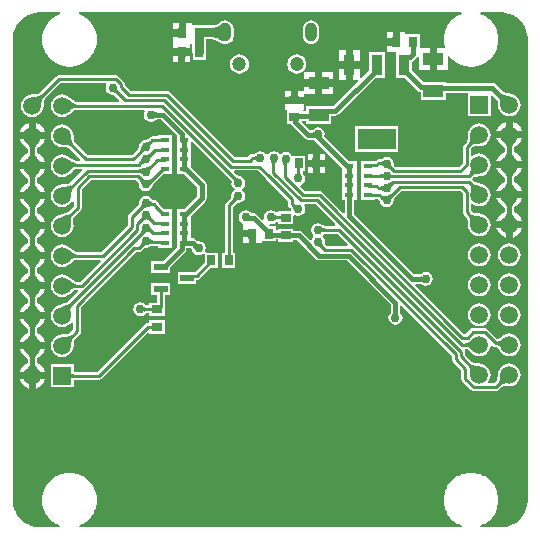
<source format=gbl>
G04*
G04 #@! TF.GenerationSoftware,Altium Limited,Altium Designer,20.0.2 (26)*
G04*
G04 Layer_Physical_Order=2*
G04 Layer_Color=16711680*
%FSLAX25Y25*%
%MOIN*%
G70*
G01*
G75*
%ADD13C,0.01000*%
%ADD14R,0.02756X0.03543*%
%ADD15R,0.03543X0.02756*%
%ADD19R,0.03543X0.03150*%
%ADD22R,0.03150X0.03543*%
%ADD23R,0.03150X0.01772*%
%ADD24R,0.04528X0.02362*%
%ADD25R,0.06693X0.04331*%
%ADD42C,0.01500*%
%ADD45C,0.03000*%
%ADD46C,0.01800*%
%ADD47R,0.05906X0.05906*%
%ADD48C,0.05906*%
%ADD49O,0.03937X0.06299*%
%ADD50C,0.04724*%
%ADD51C,0.03000*%
%ADD52R,0.03740X0.06890*%
%ADD53R,0.12598X0.06890*%
G36*
X167120Y174231D02*
X168263Y173925D01*
X169357Y173472D01*
X170383Y172880D01*
X171322Y172159D01*
X172159Y171322D01*
X172880Y170383D01*
X173472Y169357D01*
X173925Y168264D01*
X174231Y167120D01*
X174386Y165946D01*
Y165354D01*
Y11811D01*
Y11219D01*
X174231Y10045D01*
X173925Y8902D01*
X173472Y7808D01*
X172880Y6783D01*
X172159Y5844D01*
X171322Y5006D01*
X170383Y4286D01*
X169357Y3694D01*
X168264Y3241D01*
X167120Y2934D01*
X165946Y2780D01*
X158739D01*
X158640Y3280D01*
X159559Y3661D01*
X159795Y3797D01*
X160040Y3918D01*
X161072Y4607D01*
X161277Y4787D01*
X161493Y4953D01*
X162370Y5830D01*
X162536Y6046D01*
X162716Y6251D01*
X163405Y7283D01*
X163526Y7527D01*
X163662Y7763D01*
X164137Y8910D01*
X164208Y9173D01*
X164295Y9431D01*
X164537Y10648D01*
X164555Y10920D01*
X164591Y11191D01*
Y12431D01*
X164555Y12702D01*
X164537Y12974D01*
X164295Y14191D01*
X164208Y14449D01*
X164137Y14712D01*
X163662Y15859D01*
X163526Y16095D01*
X163405Y16339D01*
X162716Y17371D01*
X162536Y17576D01*
X162370Y17792D01*
X161493Y18669D01*
X161276Y18835D01*
X161072Y19015D01*
X160040Y19704D01*
X159795Y19825D01*
X159559Y19961D01*
X158413Y20436D01*
X158150Y20507D01*
X157891Y20594D01*
X156675Y20836D01*
X156402Y20854D01*
X156132Y20890D01*
X154891D01*
X154621Y20854D01*
X154349Y20836D01*
X153132Y20594D01*
X152874Y20507D01*
X152611Y20436D01*
X151464Y19961D01*
X151228Y19825D01*
X150984Y19704D01*
X149952Y19015D01*
X149747Y18835D01*
X149531Y18669D01*
X148653Y17792D01*
X148487Y17576D01*
X148308Y17371D01*
X147618Y16339D01*
X147498Y16095D01*
X147361Y15858D01*
X146887Y14712D01*
X146816Y14449D01*
X146728Y14191D01*
X146486Y12974D01*
X146468Y12702D01*
X146433Y12431D01*
Y11191D01*
X146468Y10920D01*
X146486Y10648D01*
X146728Y9431D01*
X146816Y9173D01*
X146887Y8910D01*
X147361Y7763D01*
X147498Y7527D01*
X147618Y7283D01*
X148308Y6251D01*
X148487Y6046D01*
X148653Y5830D01*
X149531Y4953D01*
X149747Y4787D01*
X149952Y4607D01*
X150984Y3918D01*
X151228Y3797D01*
X151464Y3661D01*
X152384Y3280D01*
X152285Y2780D01*
X24881D01*
X24781Y3280D01*
X25701Y3661D01*
X25937Y3797D01*
X26182Y3918D01*
X27213Y4607D01*
X27418Y4787D01*
X27635Y4953D01*
X28512Y5830D01*
X28678Y6046D01*
X28858Y6251D01*
X29547Y7283D01*
X29668Y7527D01*
X29804Y7763D01*
X30279Y8910D01*
X30349Y9173D01*
X30437Y9431D01*
X30679Y10648D01*
X30697Y10920D01*
X30732Y11191D01*
Y12431D01*
X30697Y12702D01*
X30679Y12974D01*
X30437Y14191D01*
X30349Y14449D01*
X30279Y14712D01*
X29804Y15859D01*
X29668Y16095D01*
X29547Y16339D01*
X28858Y17371D01*
X28678Y17576D01*
X28512Y17792D01*
X27635Y18669D01*
X27418Y18835D01*
X27213Y19015D01*
X26182Y19704D01*
X25937Y19825D01*
X25701Y19961D01*
X24555Y20436D01*
X24291Y20507D01*
X24033Y20594D01*
X22816Y20836D01*
X22544Y20854D01*
X22274Y20890D01*
X21033D01*
X20763Y20854D01*
X20491Y20836D01*
X19274Y20594D01*
X19016Y20507D01*
X18752Y20436D01*
X17606Y19961D01*
X17370Y19825D01*
X17125Y19704D01*
X16094Y19015D01*
X15889Y18835D01*
X15673Y18669D01*
X14795Y17792D01*
X14629Y17576D01*
X14449Y17371D01*
X13760Y16339D01*
X13640Y16095D01*
X13503Y15858D01*
X13028Y14712D01*
X12958Y14449D01*
X12870Y14191D01*
X12628Y12974D01*
X12610Y12702D01*
X12575Y12431D01*
Y11191D01*
X12610Y10920D01*
X12628Y10648D01*
X12870Y9431D01*
X12958Y9173D01*
X13028Y8910D01*
X13503Y7763D01*
X13640Y7527D01*
X13760Y7283D01*
X14449Y6251D01*
X14629Y6046D01*
X14795Y5830D01*
X15673Y4953D01*
X15889Y4787D01*
X16094Y4607D01*
X17125Y3918D01*
X17370Y3797D01*
X17606Y3661D01*
X18526Y3280D01*
X18426Y2780D01*
X11219D01*
X10045Y2934D01*
X8902Y3241D01*
X7808Y3694D01*
X6783Y4286D01*
X5844Y5006D01*
X5006Y5843D01*
X4286Y6783D01*
X3694Y7808D01*
X3241Y8902D01*
X2934Y10045D01*
X2780Y11219D01*
Y11811D01*
Y165354D01*
Y165946D01*
X2934Y167120D01*
X3241Y168263D01*
X3694Y169357D01*
X4286Y170383D01*
X5006Y171322D01*
X5843Y172159D01*
X6783Y172880D01*
X7808Y173472D01*
X8902Y173925D01*
X10045Y174231D01*
X11219Y174386D01*
X18426D01*
X18526Y173886D01*
X17606Y173505D01*
X17370Y173368D01*
X17125Y173248D01*
X16094Y172558D01*
X15889Y172379D01*
X15673Y172213D01*
X14795Y171335D01*
X14629Y171119D01*
X14449Y170914D01*
X13760Y169882D01*
X13640Y169638D01*
X13503Y169402D01*
X13028Y168255D01*
X12958Y167992D01*
X12870Y167734D01*
X12628Y166517D01*
X12610Y166245D01*
X12575Y165975D01*
Y164734D01*
X12610Y164464D01*
X12628Y164192D01*
X12870Y162975D01*
X12958Y162716D01*
X13028Y162453D01*
X13503Y161307D01*
X13640Y161071D01*
X13760Y160826D01*
X14449Y159794D01*
X14629Y159590D01*
X14795Y159373D01*
X15673Y158496D01*
X15889Y158330D01*
X16094Y158150D01*
X17125Y157461D01*
X17370Y157340D01*
X17606Y157204D01*
X18752Y156729D01*
X19016Y156658D01*
X19274Y156571D01*
X20491Y156329D01*
X20763Y156311D01*
X21033Y156275D01*
X22274D01*
X22544Y156311D01*
X22816Y156329D01*
X24033Y156571D01*
X24292Y156659D01*
X24555Y156729D01*
X25701Y157204D01*
X25937Y157340D01*
X26182Y157461D01*
X27213Y158150D01*
X27418Y158330D01*
X27635Y158496D01*
X28512Y159373D01*
X28678Y159590D01*
X28858Y159794D01*
X29547Y160826D01*
X29668Y161071D01*
X29804Y161307D01*
X30279Y162453D01*
X30349Y162716D01*
X30437Y162975D01*
X30679Y164192D01*
X30697Y164464D01*
X30732Y164734D01*
Y165975D01*
X30697Y166245D01*
X30679Y166517D01*
X30437Y167734D01*
X30349Y167992D01*
X30279Y168255D01*
X29804Y169402D01*
X29668Y169638D01*
X29547Y169882D01*
X28858Y170914D01*
X28678Y171119D01*
X28512Y171335D01*
X27635Y172213D01*
X27418Y172379D01*
X27213Y172558D01*
X26182Y173248D01*
X25937Y173368D01*
X25701Y173505D01*
X24781Y173886D01*
X24881Y174386D01*
X152285D01*
X152384Y173886D01*
X151464Y173505D01*
X151228Y173368D01*
X150984Y173248D01*
X149952Y172558D01*
X149747Y172379D01*
X149531Y172213D01*
X148653Y171335D01*
X148487Y171119D01*
X148308Y170914D01*
X147618Y169882D01*
X147498Y169638D01*
X147361Y169402D01*
X146887Y168255D01*
X146816Y167992D01*
X146728Y167734D01*
X146486Y166517D01*
X146468Y166245D01*
X146433Y165975D01*
Y164734D01*
X146468Y164464D01*
X146486Y164192D01*
X146724Y162996D01*
X146726Y162971D01*
X146395Y162496D01*
X144163D01*
Y158831D01*
Y155165D01*
X147760D01*
Y159753D01*
X148238Y159898D01*
X148308Y159794D01*
X148487Y159590D01*
X148653Y159373D01*
X149531Y158496D01*
X149747Y158330D01*
X149952Y158150D01*
X150984Y157461D01*
X151228Y157340D01*
X151464Y157204D01*
X152611Y156729D01*
X152874Y156658D01*
X153132Y156571D01*
X154349Y156329D01*
X154621Y156311D01*
X154891Y156275D01*
X156132D01*
X156403Y156311D01*
X156675Y156329D01*
X157891Y156571D01*
X158150Y156659D01*
X158413Y156729D01*
X159559Y157204D01*
X159795Y157340D01*
X160040Y157461D01*
X161072Y158150D01*
X161277Y158330D01*
X161493Y158496D01*
X162370Y159373D01*
X162536Y159590D01*
X162716Y159794D01*
X163405Y160826D01*
X163526Y161071D01*
X163662Y161307D01*
X164137Y162453D01*
X164208Y162716D01*
X164295Y162975D01*
X164537Y164192D01*
X164555Y164464D01*
X164591Y164734D01*
Y165975D01*
X164555Y166245D01*
X164537Y166517D01*
X164295Y167734D01*
X164208Y167992D01*
X164137Y168255D01*
X163662Y169402D01*
X163526Y169638D01*
X163405Y169882D01*
X162716Y170914D01*
X162536Y171119D01*
X162370Y171335D01*
X161493Y172213D01*
X161276Y172379D01*
X161072Y172558D01*
X160040Y173248D01*
X159795Y173368D01*
X159559Y173505D01*
X158640Y173886D01*
X158739Y174386D01*
X165946D01*
X167120Y174231D01*
D02*
G37*
%LPC*%
G36*
X73590Y171666D02*
X72867Y171571D01*
X72310Y171340D01*
X72291Y171337D01*
X72276Y171326D01*
X72194Y171292D01*
X72139Y171250D01*
X72126Y171244D01*
X71780Y170994D01*
X71450Y170785D01*
X71117Y170601D01*
X70780Y170443D01*
X70440Y170310D01*
X70095Y170202D01*
X69746Y170118D01*
X69390Y170057D01*
X69196Y170038D01*
X67198D01*
Y170076D01*
X62448Y170076D01*
X62386Y170550D01*
Y170776D01*
X60561D01*
Y167504D01*
X59311D01*
Y166254D01*
X56236D01*
Y164492D01*
X56177D01*
Y162470D01*
X59055D01*
X61933D01*
Y163879D01*
X61994Y163939D01*
X62468Y163891D01*
X62616Y163725D01*
Y161221D01*
X62783Y160380D01*
Y158649D01*
X67139D01*
Y160380D01*
X67306Y161221D01*
Y165348D01*
X69196D01*
X69390Y165328D01*
X69746Y165268D01*
X70095Y165184D01*
X70440Y165076D01*
X70780Y164943D01*
X71117Y164785D01*
X71450Y164601D01*
X71780Y164392D01*
X72126Y164142D01*
X72139Y164136D01*
X72194Y164093D01*
X72276Y164060D01*
X72291Y164049D01*
X72310Y164046D01*
X72867Y163815D01*
X73590Y163719D01*
X74313Y163815D01*
X74986Y164093D01*
X75564Y164537D01*
X76008Y165116D01*
X76287Y165789D01*
X76382Y166512D01*
Y168874D01*
X76287Y169597D01*
X76008Y170270D01*
X75564Y170849D01*
X74986Y171292D01*
X74313Y171571D01*
X73590Y171666D01*
D02*
G37*
G36*
X58061Y170776D02*
X56236D01*
Y168754D01*
X58061D01*
Y170776D01*
D02*
G37*
G36*
X129321Y167823D02*
X127496D01*
Y165801D01*
X129321D01*
Y167823D01*
D02*
G37*
G36*
X102134Y171666D02*
X101411Y171571D01*
X100738Y171292D01*
X100160Y170849D01*
X99716Y170270D01*
X99437Y169597D01*
X99342Y168874D01*
Y166512D01*
X99437Y165789D01*
X99716Y165116D01*
X100160Y164537D01*
X100738Y164093D01*
X101411Y163815D01*
X102134Y163719D01*
X102857Y163815D01*
X103530Y164093D01*
X104109Y164537D01*
X104552Y165116D01*
X104831Y165789D01*
X104926Y166512D01*
Y168874D01*
X104831Y169597D01*
X104552Y170270D01*
X104109Y170849D01*
X103530Y171292D01*
X102857Y171571D01*
X102134Y171666D01*
D02*
G37*
G36*
X118331Y161835D02*
X116211D01*
Y158140D01*
X118331D01*
Y161835D01*
D02*
G37*
G36*
X113711D02*
X111591D01*
Y158140D01*
X113711D01*
Y161835D01*
D02*
G37*
G36*
X61933Y159970D02*
X60305D01*
Y157949D01*
X61933D01*
Y159970D01*
D02*
G37*
G36*
X57805D02*
X56177D01*
Y157949D01*
X57805D01*
Y159970D01*
D02*
G37*
G36*
X133646Y167823D02*
X131821D01*
Y164551D01*
X130571D01*
Y163301D01*
X127496D01*
Y161279D01*
X129961D01*
X130401Y161135D01*
X130401Y160780D01*
Y152645D01*
X133290D01*
X137694Y148240D01*
X138256Y147865D01*
X138767Y147763D01*
Y145235D01*
X147060D01*
Y147479D01*
X154075D01*
X154515Y147335D01*
X154515Y146979D01*
Y139830D01*
X162021D01*
Y146672D01*
X162521Y146879D01*
X163981Y145419D01*
X164058Y145318D01*
X164159Y145156D01*
X164248Y144983D01*
X164324Y144797D01*
X164387Y144595D01*
X164437Y144377D01*
X164473Y144143D01*
X164494Y143890D01*
X164498Y143697D01*
X164483Y143583D01*
X164612Y142603D01*
X164990Y141690D01*
X165591Y140906D01*
X166375Y140305D01*
X167288Y139927D01*
X168268Y139797D01*
X169247Y139927D01*
X170160Y140305D01*
X170944Y140906D01*
X171546Y141690D01*
X171924Y142603D01*
X172053Y143583D01*
X171924Y144562D01*
X171546Y145475D01*
X170944Y146259D01*
X170160Y146861D01*
X169247Y147239D01*
X168268Y147368D01*
X168154Y147353D01*
X167960Y147357D01*
X167708Y147378D01*
X167473Y147413D01*
X167255Y147463D01*
X167054Y147527D01*
X166867Y147603D01*
X166694Y147691D01*
X166533Y147793D01*
X166432Y147870D01*
X163863Y150438D01*
X163301Y150814D01*
X162638Y150946D01*
X147060D01*
Y151166D01*
X141815D01*
X141648Y151199D01*
X139638D01*
X135741Y155096D01*
Y157866D01*
X136254Y158209D01*
X137308Y159263D01*
X137308Y159263D01*
X137567Y159651D01*
X138067Y159499D01*
Y155165D01*
X141663D01*
Y158831D01*
Y162496D01*
X138458D01*
Y167123D01*
X133708Y167123D01*
X133646Y167597D01*
Y167823D01*
D02*
G37*
G36*
X97409Y160331D02*
X96583Y160222D01*
X95814Y159904D01*
X95154Y159397D01*
X94647Y158736D01*
X94328Y157967D01*
X94220Y157142D01*
X94328Y156316D01*
X94647Y155547D01*
X95154Y154887D01*
X95814Y154380D01*
X96583Y154061D01*
X97409Y153952D01*
X98234Y154061D01*
X99003Y154380D01*
X99664Y154887D01*
X100171Y155547D01*
X100489Y156316D01*
X100598Y157142D01*
X100489Y157967D01*
X100171Y158736D01*
X99664Y159397D01*
X99003Y159904D01*
X98234Y160222D01*
X97409Y160331D01*
D02*
G37*
G36*
X78315D02*
X77490Y160222D01*
X76720Y159904D01*
X76060Y159397D01*
X75553Y158736D01*
X75235Y157967D01*
X75126Y157142D01*
X75235Y156316D01*
X75553Y155547D01*
X76060Y154887D01*
X76720Y154380D01*
X77490Y154061D01*
X78315Y153952D01*
X79141Y154061D01*
X79910Y154380D01*
X80570Y154887D01*
X81077Y155547D01*
X81396Y156316D01*
X81504Y157142D01*
X81396Y157967D01*
X81077Y158736D01*
X80570Y159397D01*
X79910Y159904D01*
X79141Y160222D01*
X78315Y160331D01*
D02*
G37*
G36*
X126686Y161135D02*
X121346D01*
Y154880D01*
X118831Y152365D01*
X118331Y152572D01*
Y155640D01*
X116211D01*
Y151945D01*
X117704D01*
X117911Y151445D01*
X109591Y143126D01*
X106140D01*
X105987Y143095D01*
X100578D01*
Y141399D01*
X99563D01*
X99540Y141422D01*
X99648Y141816D01*
X99828Y141945D01*
X99909D01*
Y143770D01*
X96638D01*
X93366D01*
Y141945D01*
X93592D01*
X94066Y141883D01*
X94066Y141445D01*
Y137133D01*
X95429D01*
X95733Y136678D01*
X100064Y132347D01*
X100576Y132004D01*
X101181Y131884D01*
X102590D01*
X102739Y131869D01*
X102806Y131857D01*
X102864Y131843D01*
X102903Y131831D01*
X102921Y131824D01*
X102947Y131806D01*
X103004Y131782D01*
X103433Y131495D01*
X103509Y131480D01*
X104178Y130890D01*
X112586Y122482D01*
Y118196D01*
Y115047D01*
Y111897D01*
X113380D01*
Y107638D01*
X112918Y107447D01*
X105970Y114395D01*
X105539Y114683D01*
X105032Y114784D01*
X100060D01*
X98525Y116319D01*
X98670Y116798D01*
X98830Y116830D01*
X99591Y117338D01*
X100100Y118099D01*
X100278Y118996D01*
X100100Y119894D01*
X99591Y120654D01*
X99512Y120707D01*
X99485Y120742D01*
X99438Y120812D01*
X99399Y120880D01*
X99367Y120947D01*
X99482Y121228D01*
X99525Y121294D01*
X99623Y121398D01*
X99680Y121444D01*
X100209D01*
Y126587D01*
X95854D01*
X95854Y126587D01*
Y126587D01*
X95546Y126969D01*
X95359Y127249D01*
X94598Y127757D01*
X93701Y127936D01*
X92803Y127757D01*
X92120Y127301D01*
X91810Y127249D01*
X91553D01*
X91422Y127446D01*
X90661Y127954D01*
X89764Y128132D01*
X88866Y127954D01*
X88106Y127446D01*
X87801Y126989D01*
X87199D01*
X86894Y127446D01*
X86134Y127954D01*
X85236Y128132D01*
X84339Y127954D01*
X83578Y127446D01*
X83504Y127336D01*
X83446Y127287D01*
X83380Y127240D01*
X83317Y127202D01*
X83254Y127172D01*
X83193Y127147D01*
X83130Y127129D01*
X83065Y127115D01*
X83047Y127113D01*
X82480D01*
X81973Y127012D01*
X81543Y126725D01*
X81256Y126295D01*
X81238Y126207D01*
X81144Y126113D01*
X76687D01*
X54995Y147805D01*
X54565Y148092D01*
X54058Y148193D01*
X42102D01*
X40149Y150146D01*
Y150372D01*
X40048Y150880D01*
X39761Y151310D01*
X38121Y152950D01*
X37691Y153237D01*
X37183Y153338D01*
X18036D01*
X17529Y153237D01*
X17099Y152950D01*
X11594Y147445D01*
X11491Y147378D01*
X11351Y147309D01*
X11173Y147241D01*
X10956Y147180D01*
X10701Y147127D01*
X10420Y147087D01*
X9714Y147039D01*
X9414Y147037D01*
X9291Y147053D01*
X8312Y146924D01*
X7399Y146546D01*
X6615Y145944D01*
X6013Y145160D01*
X5635Y144247D01*
X5506Y143268D01*
X5635Y142288D01*
X6013Y141375D01*
X6615Y140591D01*
X7399Y139990D01*
X8312Y139612D01*
X9291Y139483D01*
X10271Y139612D01*
X11184Y139990D01*
X11968Y140591D01*
X12569Y141375D01*
X12947Y142288D01*
X13077Y143268D01*
X13060Y143390D01*
X13063Y143691D01*
X13111Y144396D01*
X13151Y144678D01*
X13204Y144932D01*
X13265Y145149D01*
X13332Y145327D01*
X13402Y145468D01*
X13469Y145571D01*
X18585Y150687D01*
X33712D01*
X33948Y150246D01*
X33857Y150110D01*
X33679Y149213D01*
X33857Y148315D01*
X34365Y147554D01*
X35126Y147046D01*
X36024Y146868D01*
X36153Y146893D01*
X36230Y146886D01*
X36309Y146873D01*
X36380Y146855D01*
X36446Y146833D01*
X36507Y146806D01*
X36565Y146775D01*
X36620Y146738D01*
X36634Y146727D01*
X38307Y145055D01*
X38115Y144593D01*
X23874D01*
X23754Y144619D01*
X23605Y144669D01*
X23431Y144747D01*
X23235Y144857D01*
X23018Y145000D01*
X22790Y145170D01*
X22257Y145635D01*
X22043Y145846D01*
X21968Y145944D01*
X21184Y146546D01*
X20271Y146924D01*
X19291Y147053D01*
X18312Y146924D01*
X17399Y146546D01*
X16615Y145944D01*
X16013Y145160D01*
X15635Y144247D01*
X15506Y143268D01*
X15635Y142288D01*
X16013Y141375D01*
X16615Y140591D01*
X17399Y139990D01*
X18312Y139612D01*
X19291Y139483D01*
X20271Y139612D01*
X21184Y139990D01*
X21968Y140591D01*
X22043Y140689D01*
X22257Y140900D01*
X22790Y141365D01*
X23018Y141536D01*
X23235Y141678D01*
X23431Y141788D01*
X23605Y141867D01*
X23754Y141917D01*
X23874Y141942D01*
X46644D01*
X46911Y141442D01*
X46652Y141055D01*
X46474Y140157D01*
X46652Y139260D01*
X47161Y138499D01*
X47921Y137991D01*
X48819Y137812D01*
X49716Y137991D01*
X50477Y138499D01*
X50569Y138636D01*
X50576Y138639D01*
X50613Y138652D01*
X50670Y138667D01*
X50735Y138678D01*
X50826Y138687D01*
X52014D01*
X57468Y133233D01*
Y132207D01*
X57442Y132079D01*
X57468Y131951D01*
Y126857D01*
Y123708D01*
Y120558D01*
X59982D01*
X64266Y116274D01*
Y113056D01*
X59982Y108772D01*
X57468D01*
Y105401D01*
Y102251D01*
Y97655D01*
X57437Y97502D01*
Y96137D01*
X52880Y91580D01*
X48987D01*
Y87617D01*
X55115D01*
Y89345D01*
X60135Y94365D01*
X60478Y94877D01*
X60598Y95482D01*
Y95922D01*
X62067D01*
X62359Y95630D01*
X62477Y95477D01*
X62508Y95431D01*
X62530Y95392D01*
X62540Y95372D01*
X62547Y95345D01*
X62572Y95292D01*
X62646Y94920D01*
X63155Y94159D01*
X63916Y93650D01*
X64813Y93472D01*
X65710Y93650D01*
X66220Y93991D01*
X66720Y93723D01*
Y91035D01*
X63549Y87865D01*
X61590D01*
X61462Y87839D01*
X57846D01*
Y83877D01*
X63973D01*
Y85214D01*
X64098D01*
X64606Y85315D01*
X65036Y85602D01*
X68594Y89161D01*
X71076D01*
Y94304D01*
X67170D01*
X66902Y94804D01*
X66979Y94920D01*
X67158Y95817D01*
X66979Y96714D01*
X66471Y97475D01*
X65710Y97983D01*
X64813Y98162D01*
X64462Y98092D01*
X64418Y98095D01*
X64406Y98101D01*
X64365Y98123D01*
X64319Y98154D01*
X64244Y98215D01*
X63840Y98619D01*
X63327Y98962D01*
X62722Y99082D01*
X62217D01*
Y102251D01*
Y106537D01*
X66964Y111284D01*
X67307Y111797D01*
X67427Y112402D01*
Y116929D01*
X67307Y117534D01*
X66964Y118047D01*
X62217Y122793D01*
Y126857D01*
Y131089D01*
X62679Y131281D01*
X75595Y118365D01*
X75604Y118353D01*
X75632Y118308D01*
X75653Y118266D01*
X75668Y118224D01*
X75679Y118180D01*
X75686Y118132D01*
X75688Y118077D01*
X75685Y118012D01*
X75670Y117904D01*
X75673Y117848D01*
X75608Y117520D01*
X75786Y116622D01*
X76295Y115861D01*
X76679Y115604D01*
Y115104D01*
X76295Y114847D01*
X75786Y114086D01*
X75608Y113189D01*
X75634Y113059D01*
X75626Y112983D01*
X75613Y112904D01*
X75595Y112832D01*
X75573Y112766D01*
X75546Y112706D01*
X75515Y112648D01*
X75479Y112592D01*
X75468Y112578D01*
X73866Y110977D01*
X73579Y110547D01*
X73478Y110039D01*
Y94304D01*
X72625D01*
Y89161D01*
X76981D01*
Y94304D01*
X76129D01*
Y109490D01*
X77342Y110704D01*
X77356Y110715D01*
X77412Y110751D01*
X77469Y110782D01*
X77530Y110809D01*
X77596Y110831D01*
X77668Y110849D01*
X77746Y110863D01*
X77823Y110870D01*
X77953Y110844D01*
X78850Y111022D01*
X79611Y111531D01*
X80119Y112292D01*
X80298Y113189D01*
X80119Y114086D01*
X79611Y114847D01*
X79226Y115104D01*
Y115604D01*
X79611Y115861D01*
X80119Y116622D01*
X80298Y117520D01*
X80119Y118417D01*
X79611Y119178D01*
X78850Y119686D01*
X78419Y119772D01*
X78346Y119802D01*
X78214Y119826D01*
X78111Y119852D01*
X78014Y119881D01*
X77926Y119914D01*
X77844Y119950D01*
X77768Y119990D01*
X77697Y120033D01*
X77632Y120079D01*
X77620Y120089D01*
X76509Y121200D01*
X76700Y121662D01*
X84338D01*
X87055Y118945D01*
X94541Y111459D01*
Y110433D01*
X94642Y109926D01*
X94929Y109496D01*
X95261Y109164D01*
X95270Y109153D01*
X95317Y109087D01*
X95361Y109015D01*
X95402Y108938D01*
X95439Y108855D01*
X95470Y108776D01*
X95525Y108583D01*
X95529Y108544D01*
X95279Y108151D01*
X95212Y108083D01*
X91129D01*
Y108035D01*
X90691Y107646D01*
X90506Y107658D01*
X90438Y107761D01*
X89677Y108269D01*
X88779Y108447D01*
X87882Y108269D01*
X87121Y107761D01*
X86613Y107000D01*
X86435Y106102D01*
X86505Y105748D01*
X86103Y105208D01*
X85972Y105196D01*
X84284Y106884D01*
X83772Y107226D01*
X83167Y107346D01*
X82416D01*
X82361Y107354D01*
X82295Y107367D01*
X82250Y107380D01*
X82237Y107385D01*
X82204Y107413D01*
X82005Y107711D01*
X81244Y108220D01*
X80347Y108398D01*
X79450Y108220D01*
X78689Y107711D01*
X78180Y106951D01*
X78002Y106053D01*
X78180Y105156D01*
X78689Y104395D01*
X79450Y103887D01*
X79543Y103868D01*
Y101856D01*
X82618D01*
Y100606D01*
X83868D01*
Y97335D01*
X85693D01*
Y97560D01*
X85755Y98035D01*
X90505D01*
Y98723D01*
X91129D01*
Y97822D01*
X96272D01*
Y98420D01*
X97394D01*
X103677Y92136D01*
X104190Y91794D01*
X104795Y91674D01*
X114046D01*
X128735Y76985D01*
Y74543D01*
X128729Y74494D01*
X128716Y74413D01*
X128701Y74349D01*
X128693Y74320D01*
X128657Y74296D01*
X128148Y73535D01*
X127970Y72638D01*
X128148Y71740D01*
X128657Y70980D01*
X129418Y70471D01*
X130315Y70293D01*
X131212Y70471D01*
X131973Y70980D01*
X132482Y71740D01*
X132660Y72638D01*
X132482Y73535D01*
X131973Y74296D01*
X131937Y74320D01*
X131928Y74349D01*
X131914Y74413D01*
X131902Y74484D01*
X131895Y74568D01*
Y76431D01*
X132357Y76622D01*
X149018Y59961D01*
Y58872D01*
X149119Y58365D01*
X149407Y57935D01*
X152241Y55100D01*
Y52269D01*
X152342Y51762D01*
X152629Y51332D01*
X155569Y48393D01*
X155999Y48105D01*
X156506Y48004D01*
X163700D01*
X164207Y48105D01*
X164637Y48393D01*
X165788Y49544D01*
X165789Y49544D01*
X165892Y49611D01*
X166026Y49675D01*
X166195Y49735D01*
X166400Y49785D01*
X166641Y49824D01*
X166906Y49849D01*
X167581Y49852D01*
X167962Y49827D01*
X168004Y49832D01*
X168268Y49797D01*
X169247Y49926D01*
X170160Y50305D01*
X170944Y50906D01*
X171546Y51690D01*
X171924Y52603D01*
X172053Y53583D01*
X171924Y54562D01*
X171546Y55475D01*
X170944Y56259D01*
X170160Y56861D01*
X169247Y57239D01*
X168268Y57368D01*
X167288Y57239D01*
X166375Y56861D01*
X165591Y56259D01*
X164990Y55475D01*
X164612Y54562D01*
X164524Y53896D01*
X164508Y53841D01*
X164495Y53678D01*
X164483Y53583D01*
X164486Y53560D01*
X164474Y53417D01*
X164432Y53048D01*
X164317Y52385D01*
X164252Y52127D01*
X164179Y51900D01*
X164104Y51714D01*
X164029Y51568D01*
X163963Y51467D01*
X163151Y50655D01*
X161382D01*
X161135Y51155D01*
X161546Y51690D01*
X161924Y52603D01*
X162053Y53583D01*
X161924Y54562D01*
X161546Y55475D01*
X160944Y56259D01*
X160160Y56861D01*
X159247Y57239D01*
X158268Y57368D01*
X158145Y57352D01*
X157845Y57354D01*
X157139Y57402D01*
X156858Y57442D01*
X156603Y57495D01*
X156386Y57556D01*
X156208Y57624D01*
X156068Y57693D01*
X155965Y57760D01*
X153469Y60256D01*
Y61256D01*
X153368Y61763D01*
X153639Y62257D01*
X153685D01*
X153805Y62232D01*
X153954Y62182D01*
X154128Y62103D01*
X154324Y61993D01*
X154541Y61851D01*
X154769Y61680D01*
X155302Y61215D01*
X155516Y61004D01*
X155591Y60906D01*
X156375Y60305D01*
X157288Y59926D01*
X158268Y59798D01*
X159247Y59926D01*
X160160Y60305D01*
X160944Y60906D01*
X161546Y61690D01*
X161924Y62603D01*
X162012Y63271D01*
X162540Y63450D01*
X162878Y63112D01*
X163308Y62825D01*
X163815Y62724D01*
X163936D01*
X164039Y62704D01*
X164142Y62670D01*
X164245Y62620D01*
X164353Y62550D01*
X164465Y62457D01*
X164582Y62337D01*
X164704Y62187D01*
X164827Y62007D01*
X164937Y61817D01*
X164990Y61690D01*
X165591Y60906D01*
X166375Y60305D01*
X167288Y59926D01*
X168268Y59798D01*
X169247Y59926D01*
X170160Y60305D01*
X170944Y60906D01*
X171546Y61690D01*
X171924Y62603D01*
X172053Y63583D01*
X171924Y64562D01*
X171546Y65475D01*
X170944Y66259D01*
X170160Y66861D01*
X169247Y67239D01*
X168268Y67368D01*
X167288Y67239D01*
X166375Y66861D01*
X165591Y66259D01*
X165548Y66203D01*
X165457Y66121D01*
X165246Y65950D01*
X165042Y65803D01*
X164845Y65679D01*
X164655Y65578D01*
X164473Y65499D01*
X164300Y65439D01*
X160967Y68773D01*
X160537Y69060D01*
X160029Y69161D01*
X156221D01*
X155714Y69060D01*
X155284Y68773D01*
X153782Y67270D01*
X153095D01*
X136977Y83388D01*
X137168Y83850D01*
X138617D01*
X138766Y83835D01*
X138833Y83823D01*
X138891Y83809D01*
X138930Y83797D01*
X138948Y83789D01*
X138974Y83772D01*
X139031Y83748D01*
X139457Y83463D01*
X140354Y83285D01*
X141252Y83463D01*
X142013Y83972D01*
X142521Y84733D01*
X142699Y85630D01*
X142521Y86527D01*
X142013Y87288D01*
X141252Y87796D01*
X140354Y87975D01*
X139457Y87796D01*
X138696Y87288D01*
X138556Y87078D01*
X138539Y87065D01*
X138531Y87056D01*
X138501Y87045D01*
X138450Y87031D01*
X138391Y87020D01*
X138297Y87011D01*
X136614D01*
X116541Y107084D01*
Y111897D01*
X117335D01*
Y115047D01*
Y118196D01*
Y121346D01*
Y124717D01*
X114821D01*
X106609Y132929D01*
X106577Y132971D01*
X106548Y133017D01*
X106676Y133661D01*
X106497Y134559D01*
X105989Y135320D01*
X105228Y135828D01*
X104331Y136006D01*
X103433Y135828D01*
X102673Y135320D01*
X102534Y135112D01*
X102518Y135099D01*
X102510Y135091D01*
X102510Y135091D01*
X102479Y135079D01*
X102428Y135065D01*
X102369Y135054D01*
X102275Y135045D01*
X101836D01*
X99209Y137671D01*
Y138239D01*
X100578D01*
Y137165D01*
X108871D01*
Y139965D01*
X110246D01*
X110851Y140085D01*
X111364Y140428D01*
X123581Y152645D01*
X126686D01*
Y161135D01*
D02*
G37*
G36*
X109571Y154425D02*
X105974D01*
Y152010D01*
X109571D01*
Y154425D01*
D02*
G37*
G36*
X103474D02*
X99878D01*
Y152010D01*
X103474D01*
Y154425D01*
D02*
G37*
G36*
X113711Y155640D02*
X111591D01*
Y151945D01*
X113711D01*
Y155640D01*
D02*
G37*
G36*
X109571Y149510D02*
X105974D01*
Y147095D01*
X109571D01*
Y149510D01*
D02*
G37*
G36*
X103474D02*
X99878D01*
Y148094D01*
X97888D01*
Y146270D01*
X99909D01*
Y147095D01*
X103474D01*
Y149510D01*
D02*
G37*
G36*
X95388Y148094D02*
X93366D01*
Y146270D01*
X95388D01*
Y148094D01*
D02*
G37*
G36*
X169518Y137884D02*
Y134833D01*
X172570D01*
X172157Y135828D01*
X171443Y136758D01*
X170513Y137472D01*
X169518Y137884D01*
D02*
G37*
G36*
X167018D02*
X166022Y137472D01*
X165092Y136758D01*
X164378Y135828D01*
X163966Y134833D01*
X167018D01*
Y137884D01*
D02*
G37*
G36*
X10541Y137570D02*
Y134518D01*
X13593D01*
X13181Y135513D01*
X12467Y136443D01*
X11537Y137157D01*
X10541Y137570D01*
D02*
G37*
G36*
X8041D02*
X7046Y137157D01*
X6116Y136443D01*
X5402Y135513D01*
X4989Y134518D01*
X8041D01*
Y137570D01*
D02*
G37*
G36*
X158268Y137368D02*
X157288Y137239D01*
X156375Y136861D01*
X155591Y136259D01*
X154990Y135475D01*
X154612Y134562D01*
X154483Y133583D01*
X154499Y133460D01*
X154497Y133160D01*
X154449Y132454D01*
X154408Y132173D01*
X154355Y131918D01*
X154294Y131701D01*
X154227Y131523D01*
X154157Y131383D01*
X154090Y131280D01*
X153078Y130267D01*
X152790Y129837D01*
X152690Y129330D01*
Y124076D01*
X151424Y122810D01*
X130273D01*
X129815Y123269D01*
X129804Y123283D01*
X129771Y123335D01*
X129743Y123389D01*
X129719Y123444D01*
X129701Y123504D01*
X129686Y123570D01*
X129677Y123643D01*
X129672Y123725D01*
X129674Y123781D01*
X129707Y123950D01*
X129529Y124848D01*
X129020Y125608D01*
X128260Y126117D01*
X127362Y126295D01*
X126465Y126117D01*
X125704Y125608D01*
X125658Y125540D01*
X125631Y125519D01*
X125560Y125472D01*
X125491Y125433D01*
X125423Y125401D01*
X125356Y125376D01*
X125288Y125357D01*
X125219Y125343D01*
X125202Y125341D01*
X124606D01*
X124099Y125240D01*
X123669Y124953D01*
X123459Y124743D01*
X121646D01*
X121518Y124717D01*
X118885D01*
Y121346D01*
Y118196D01*
Y115047D01*
Y111897D01*
X123635D01*
Y112257D01*
X124435D01*
X124773Y111919D01*
X124778Y111912D01*
X124830Y111842D01*
X124879Y111767D01*
X124926Y111685D01*
X124970Y111597D01*
X125007Y111512D01*
X125088Y111284D01*
X125122Y111160D01*
X125141Y111121D01*
X125196Y110848D01*
X125704Y110087D01*
X126465Y109579D01*
X127362Y109400D01*
X128260Y109579D01*
X129020Y110087D01*
X129529Y110848D01*
X129707Y111745D01*
X129681Y111880D01*
X129688Y111960D01*
X129701Y112039D01*
X129718Y112110D01*
X129740Y112175D01*
X129767Y112236D01*
X129798Y112293D01*
X129834Y112348D01*
X129845Y112362D01*
X132242Y114760D01*
X152015D01*
X152690Y114085D01*
Y107835D01*
X152790Y107328D01*
X153078Y106898D01*
X154090Y105886D01*
X154157Y105783D01*
X154227Y105642D01*
X154294Y105464D01*
X154355Y105247D01*
X154408Y104993D01*
X154449Y104711D01*
X154497Y104006D01*
X154499Y103705D01*
X154483Y103583D01*
X154612Y102603D01*
X154990Y101690D01*
X155591Y100906D01*
X156375Y100305D01*
X157288Y99927D01*
X158268Y99797D01*
X159247Y99927D01*
X160160Y100305D01*
X160944Y100906D01*
X161546Y101690D01*
X161924Y102603D01*
X162053Y103583D01*
X161924Y104562D01*
X161546Y105475D01*
X160944Y106259D01*
X160160Y106861D01*
X159247Y107239D01*
X158268Y107368D01*
X158145Y107352D01*
X157845Y107354D01*
X157139Y107402D01*
X156858Y107442D01*
X156603Y107495D01*
X156386Y107556D01*
X156208Y107624D01*
X156068Y107693D01*
X155965Y107760D01*
X155340Y108385D01*
Y110468D01*
X155840Y110715D01*
X156375Y110305D01*
X157288Y109926D01*
X158268Y109798D01*
X159247Y109926D01*
X160160Y110305D01*
X160944Y110906D01*
X161546Y111690D01*
X161924Y112603D01*
X162053Y113583D01*
X161924Y114562D01*
X161546Y115475D01*
X160944Y116259D01*
X160160Y116861D01*
X159247Y117239D01*
X158989Y117273D01*
X158950Y117289D01*
X158508Y117374D01*
X157742Y117551D01*
X157128Y117737D01*
X156896Y117825D01*
X156700Y117912D01*
X156550Y117993D01*
X156456Y118056D01*
X155716Y118797D01*
X156180Y119261D01*
X156280Y119327D01*
X156426Y119402D01*
X156614Y119479D01*
X156842Y119553D01*
X157093Y119618D01*
X158154Y119789D01*
X158261Y119799D01*
X158268Y119798D01*
X158305Y119802D01*
X158566Y119826D01*
X158631Y119845D01*
X159247Y119927D01*
X160160Y120305D01*
X160944Y120906D01*
X161546Y121690D01*
X161924Y122603D01*
X162053Y123583D01*
X161924Y124562D01*
X161546Y125475D01*
X160944Y126259D01*
X160160Y126861D01*
X159247Y127239D01*
X158268Y127368D01*
X157288Y127239D01*
X156375Y126861D01*
X155840Y126450D01*
X155340Y126697D01*
Y128781D01*
X155965Y129405D01*
X156068Y129472D01*
X156208Y129542D01*
X156386Y129609D01*
X156603Y129670D01*
X156858Y129723D01*
X157139Y129763D01*
X157845Y129811D01*
X158145Y129814D01*
X158268Y129797D01*
X159247Y129927D01*
X160160Y130305D01*
X160944Y130906D01*
X161546Y131690D01*
X161924Y132603D01*
X162053Y133583D01*
X161924Y134562D01*
X161546Y135475D01*
X160944Y136259D01*
X160160Y136861D01*
X159247Y137239D01*
X158268Y137368D01*
D02*
G37*
G36*
X131115Y136331D02*
X116917D01*
Y127842D01*
X131115D01*
Y136331D01*
D02*
G37*
G36*
X106815Y127287D02*
X105187D01*
Y125266D01*
X106815D01*
Y127287D01*
D02*
G37*
G36*
X102687D02*
X101059D01*
Y125266D01*
X102687D01*
Y127287D01*
D02*
G37*
G36*
X19291Y137053D02*
X18312Y136924D01*
X17399Y136546D01*
X16615Y135944D01*
X16013Y135160D01*
X15635Y134247D01*
X15506Y133268D01*
X15635Y132288D01*
X16013Y131375D01*
X16615Y130591D01*
X17399Y129990D01*
X18312Y129612D01*
X19291Y129483D01*
X19414Y129499D01*
X19714Y129497D01*
X20420Y129449D01*
X20701Y129408D01*
X20956Y129355D01*
X21173Y129294D01*
X21351Y129227D01*
X21492Y129157D01*
X21594Y129090D01*
X25275Y125409D01*
X25084Y124948D01*
X23798D01*
X23682Y124971D01*
X23523Y125021D01*
X23331Y125099D01*
X23110Y125207D01*
X22877Y125338D01*
X21971Y125956D01*
X21638Y126216D01*
X21567Y126252D01*
X21184Y126546D01*
X20271Y126924D01*
X19291Y127053D01*
X18312Y126924D01*
X17399Y126546D01*
X16615Y125944D01*
X16013Y125160D01*
X15635Y124247D01*
X15506Y123268D01*
X15635Y122288D01*
X16013Y121375D01*
X16615Y120591D01*
X17399Y119990D01*
X18312Y119612D01*
X19291Y119483D01*
X20271Y119612D01*
X21184Y119990D01*
X21968Y120591D01*
X22214Y120912D01*
X22269Y120958D01*
X22509Y121256D01*
X22730Y121506D01*
X22941Y121719D01*
X23141Y121896D01*
X23327Y122037D01*
X23499Y122145D01*
X23653Y122222D01*
X23788Y122270D01*
X23907Y122296D01*
X23910Y122297D01*
X25792D01*
X25984Y121835D01*
X21594Y117445D01*
X21492Y117378D01*
X21351Y117309D01*
X21173Y117241D01*
X20956Y117180D01*
X20701Y117127D01*
X20420Y117087D01*
X19714Y117039D01*
X19414Y117037D01*
X19291Y117053D01*
X18312Y116924D01*
X17399Y116546D01*
X16615Y115944D01*
X16013Y115160D01*
X15635Y114247D01*
X15506Y113268D01*
X15635Y112288D01*
X16013Y111375D01*
X16615Y110591D01*
X17399Y109990D01*
X18312Y109612D01*
X19291Y109483D01*
X20271Y109612D01*
X21184Y109990D01*
X21968Y110591D01*
X22569Y111375D01*
X22584Y111410D01*
X23084Y111311D01*
Y109801D01*
X21049Y107766D01*
X20958Y107705D01*
X20808Y107623D01*
X20610Y107533D01*
X20389Y107447D01*
X18973Y107052D01*
X18539Y106960D01*
X18539D01*
X18517Y106951D01*
X18312Y106924D01*
X17399Y106546D01*
X16615Y105944D01*
X16013Y105160D01*
X15635Y104247D01*
X15506Y103268D01*
X15635Y102288D01*
X16013Y101375D01*
X16615Y100591D01*
X17399Y99990D01*
X18312Y99612D01*
X19291Y99483D01*
X20271Y99612D01*
X21184Y99990D01*
X21968Y100591D01*
X22569Y101375D01*
X22948Y102288D01*
X23076Y103268D01*
X22974Y104046D01*
X22974Y104066D01*
X22966Y104107D01*
X22948Y104247D01*
X22930Y104289D01*
X22904Y104425D01*
X22860Y104735D01*
X22840Y105013D01*
X22840Y105260D01*
X22859Y105474D01*
X22893Y105654D01*
X22939Y105804D01*
X22994Y105925D01*
X23057Y106025D01*
X23062Y106030D01*
X25347Y108315D01*
X25634Y108745D01*
X25735Y109252D01*
Y115291D01*
X28803Y118360D01*
X43939D01*
X44562Y117737D01*
X44573Y117723D01*
X44609Y117667D01*
X44641Y117609D01*
X44667Y117549D01*
X44690Y117483D01*
X44708Y117411D01*
X44721Y117332D01*
X44728Y117256D01*
X44702Y117126D01*
X44881Y116229D01*
X45389Y115468D01*
X46150Y114959D01*
X47047Y114781D01*
X47945Y114959D01*
X48706Y115468D01*
X49214Y116229D01*
X49249Y116405D01*
X49334Y116632D01*
X49373Y116720D01*
X49481Y116925D01*
X49523Y116993D01*
X49643Y117158D01*
X53043Y120558D01*
X55918D01*
Y123708D01*
Y126857D01*
Y130007D01*
Y133379D01*
X51169D01*
Y133018D01*
X49213D01*
X48705Y132917D01*
X48275Y132630D01*
X47658Y132013D01*
X47644Y132002D01*
X47588Y131965D01*
X47531Y131934D01*
X47470Y131908D01*
X47404Y131885D01*
X47332Y131867D01*
X47254Y131854D01*
X47177Y131847D01*
X47047Y131873D01*
X46150Y131694D01*
X45389Y131186D01*
X44881Y130425D01*
X44702Y129528D01*
X44725Y129413D01*
X44718Y129349D01*
X44704Y129269D01*
X44685Y129195D01*
X44662Y129128D01*
X44634Y129066D01*
X44602Y129007D01*
X44565Y128951D01*
X44554Y128937D01*
X42364Y126748D01*
X27686D01*
X23469Y130965D01*
X23402Y131068D01*
X23332Y131208D01*
X23265Y131386D01*
X23204Y131603D01*
X23151Y131858D01*
X23110Y132139D01*
X23063Y132845D01*
X23060Y133145D01*
X23076Y133268D01*
X22948Y134247D01*
X22569Y135160D01*
X21968Y135944D01*
X21184Y136546D01*
X20271Y136924D01*
X19291Y137053D01*
D02*
G37*
G36*
X172570Y132333D02*
X168268D01*
X163966D01*
X164378Y131337D01*
X165092Y130407D01*
X166022Y129693D01*
X166622Y129445D01*
X166666Y129280D01*
X166687Y129146D01*
Y128019D01*
X166666Y127886D01*
X166622Y127721D01*
X166022Y127472D01*
X165092Y126758D01*
X164378Y125828D01*
X163966Y124833D01*
X168268D01*
X172570D01*
X172157Y125828D01*
X171443Y126758D01*
X170513Y127472D01*
X169913Y127721D01*
X169869Y127886D01*
X169848Y128019D01*
Y129146D01*
X169869Y129280D01*
X169913Y129445D01*
X170513Y129693D01*
X171443Y130407D01*
X172157Y131337D01*
X172570Y132333D01*
D02*
G37*
G36*
X13593Y132018D02*
X9291D01*
X4989D01*
X5402Y131022D01*
X6116Y130092D01*
X7046Y129378D01*
X7646Y129130D01*
X7690Y128965D01*
X7711Y128831D01*
Y127704D01*
X7690Y127571D01*
X7646Y127406D01*
X7046Y127157D01*
X6116Y126444D01*
X5402Y125513D01*
X4989Y124518D01*
X9291D01*
X13593D01*
X13181Y125513D01*
X12467Y126444D01*
X11537Y127157D01*
X10937Y127406D01*
X10893Y127571D01*
X10872Y127704D01*
Y128831D01*
X10893Y128965D01*
X10937Y129130D01*
X11537Y129378D01*
X12467Y130092D01*
X13181Y131022D01*
X13593Y132018D01*
D02*
G37*
G36*
X106815Y122766D02*
X105187D01*
Y120744D01*
X106815D01*
Y122766D01*
D02*
G37*
G36*
X102687D02*
X101059D01*
Y120744D01*
X102687D01*
Y122766D01*
D02*
G37*
G36*
X172570Y122333D02*
X168268D01*
X163966D01*
X164378Y121337D01*
X165092Y120407D01*
X166022Y119693D01*
X166622Y119445D01*
X166666Y119280D01*
X166687Y119146D01*
Y118019D01*
X166666Y117886D01*
X166622Y117721D01*
X166022Y117472D01*
X165092Y116758D01*
X164378Y115828D01*
X163966Y114833D01*
X168268D01*
X172570D01*
X172157Y115828D01*
X171443Y116758D01*
X170513Y117472D01*
X169913Y117721D01*
X169869Y117886D01*
X169848Y118019D01*
Y119146D01*
X169869Y119280D01*
X169913Y119445D01*
X170513Y119693D01*
X171443Y120407D01*
X172157Y121337D01*
X172570Y122333D01*
D02*
G37*
G36*
X13593Y122018D02*
X9291D01*
X4989D01*
X5402Y121022D01*
X6116Y120092D01*
X7046Y119378D01*
X7646Y119130D01*
X7690Y118965D01*
X7711Y118831D01*
Y117704D01*
X7690Y117571D01*
X7646Y117406D01*
X7046Y117157D01*
X6116Y116444D01*
X5402Y115513D01*
X4989Y114518D01*
X9291D01*
X13593D01*
X13181Y115513D01*
X12467Y116444D01*
X11537Y117157D01*
X10937Y117406D01*
X10893Y117571D01*
X10872Y117704D01*
Y118831D01*
X10893Y118965D01*
X10937Y119130D01*
X11537Y119378D01*
X12467Y120092D01*
X13181Y121022D01*
X13593Y122018D01*
D02*
G37*
G36*
X172570Y112333D02*
X168268D01*
X163966D01*
X164378Y111337D01*
X165092Y110407D01*
X166022Y109693D01*
X166622Y109445D01*
X166666Y109280D01*
X166687Y109146D01*
Y108019D01*
X166666Y107886D01*
X166622Y107721D01*
X166022Y107472D01*
X165092Y106758D01*
X164378Y105828D01*
X163966Y104833D01*
X168268D01*
X172570D01*
X172157Y105828D01*
X171443Y106758D01*
X170513Y107472D01*
X169913Y107721D01*
X169869Y107886D01*
X169848Y108019D01*
Y109146D01*
X169869Y109280D01*
X169913Y109445D01*
X170513Y109693D01*
X171443Y110407D01*
X172157Y111337D01*
X172570Y112333D01*
D02*
G37*
G36*
X13593Y112018D02*
X9291D01*
X4989D01*
X5402Y111022D01*
X6116Y110092D01*
X7046Y109378D01*
X7646Y109130D01*
X7690Y108965D01*
X7711Y108831D01*
Y107704D01*
X7690Y107571D01*
X7646Y107406D01*
X7046Y107157D01*
X6116Y106444D01*
X5402Y105513D01*
X4989Y104518D01*
X9291D01*
X13593D01*
X13181Y105513D01*
X12467Y106444D01*
X11537Y107157D01*
X10937Y107406D01*
X10893Y107571D01*
X10872Y107704D01*
Y108831D01*
X10893Y108965D01*
X10937Y109130D01*
X11537Y109378D01*
X12467Y110092D01*
X13181Y111022D01*
X13593Y112018D01*
D02*
G37*
G36*
X172570Y102333D02*
X169518D01*
Y99281D01*
X170513Y99693D01*
X171443Y100407D01*
X172157Y101337D01*
X172570Y102333D01*
D02*
G37*
G36*
X167018D02*
X163966D01*
X164378Y101337D01*
X165092Y100407D01*
X166022Y99693D01*
X167018Y99281D01*
Y102333D01*
D02*
G37*
G36*
X81368Y99356D02*
X79543D01*
Y97335D01*
X81368D01*
Y99356D01*
D02*
G37*
G36*
X47244Y113172D02*
X46347Y112993D01*
X45586Y112485D01*
X45077Y111724D01*
X44899Y110827D01*
X44925Y110697D01*
X44918Y110621D01*
X44904Y110542D01*
X44886Y110470D01*
X44864Y110404D01*
X44837Y110343D01*
X44806Y110286D01*
X44770Y110230D01*
X44759Y110216D01*
X41549Y107007D01*
X41262Y106577D01*
X41161Y106069D01*
Y103535D01*
X32220Y94593D01*
X23874D01*
X23754Y94619D01*
X23605Y94669D01*
X23431Y94747D01*
X23235Y94857D01*
X23018Y95000D01*
X22790Y95170D01*
X22257Y95635D01*
X22043Y95846D01*
X21968Y95944D01*
X21184Y96546D01*
X20271Y96924D01*
X19291Y97053D01*
X18312Y96924D01*
X17399Y96546D01*
X16615Y95944D01*
X16013Y95160D01*
X15635Y94247D01*
X15506Y93268D01*
X15635Y92288D01*
X16013Y91375D01*
X16615Y90591D01*
X17399Y89990D01*
X18312Y89612D01*
X19291Y89483D01*
X20271Y89612D01*
X21184Y89990D01*
X21968Y90591D01*
X22043Y90689D01*
X22257Y90900D01*
X22790Y91365D01*
X23018Y91536D01*
X23235Y91678D01*
X23431Y91788D01*
X23605Y91867D01*
X23754Y91917D01*
X23874Y91942D01*
X31925D01*
X32116Y91480D01*
X25229Y84593D01*
X23874D01*
X23754Y84619D01*
X23605Y84669D01*
X23431Y84747D01*
X23235Y84857D01*
X23018Y85000D01*
X22790Y85170D01*
X22257Y85635D01*
X22043Y85846D01*
X21968Y85944D01*
X21184Y86546D01*
X20271Y86924D01*
X19291Y87053D01*
X18312Y86924D01*
X17399Y86546D01*
X16615Y85944D01*
X16013Y85160D01*
X15635Y84247D01*
X15506Y83268D01*
X15635Y82288D01*
X16013Y81375D01*
X16615Y80591D01*
X17399Y79990D01*
X18312Y79612D01*
X19291Y79483D01*
X20271Y79612D01*
X21184Y79990D01*
X21968Y80591D01*
X22043Y80689D01*
X22257Y80900D01*
X22790Y81365D01*
X23018Y81536D01*
X23235Y81678D01*
X23431Y81788D01*
X23605Y81867D01*
X23754Y81917D01*
X23874Y81942D01*
X24470D01*
X24662Y81480D01*
X20980Y77798D01*
X20891Y77739D01*
X20740Y77656D01*
X20541Y77563D01*
X20316Y77473D01*
X18888Y77045D01*
X18460Y76943D01*
X18312Y76924D01*
X17399Y76546D01*
X16615Y75944D01*
X16013Y75160D01*
X15635Y74247D01*
X15506Y73268D01*
X15635Y72288D01*
X16013Y71375D01*
X16615Y70591D01*
X17399Y69990D01*
X18312Y69612D01*
X19291Y69483D01*
X20271Y69612D01*
X21184Y69990D01*
X21968Y70591D01*
X22387Y71138D01*
X22887Y70968D01*
Y68659D01*
X21639Y67412D01*
X21536Y67345D01*
X21397Y67276D01*
X21221Y67211D01*
X21007Y67152D01*
X20756Y67103D01*
X20479Y67067D01*
X19780Y67031D01*
X19432Y67034D01*
X19291Y67053D01*
X18312Y66924D01*
X17399Y66546D01*
X16615Y65944D01*
X16013Y65160D01*
X15635Y64247D01*
X15506Y63268D01*
X15635Y62288D01*
X16013Y61375D01*
X16615Y60591D01*
X17399Y59990D01*
X18312Y59612D01*
X19291Y59483D01*
X20271Y59612D01*
X21184Y59990D01*
X21968Y60591D01*
X22569Y61375D01*
X22948Y62288D01*
X23076Y63268D01*
X23063Y63369D01*
X23070Y63625D01*
X23130Y64337D01*
X23174Y64623D01*
X23231Y64880D01*
X23295Y65100D01*
X23364Y65281D01*
X23435Y65422D01*
X23502Y65525D01*
X25150Y67173D01*
X25437Y67603D01*
X25538Y68110D01*
Y76062D01*
X43820Y94344D01*
X44685D01*
X45192Y94445D01*
X45622Y94732D01*
X46633Y95743D01*
X46647Y95754D01*
X46703Y95791D01*
X46761Y95822D01*
X46822Y95848D01*
X46887Y95871D01*
X46959Y95889D01*
X47038Y95902D01*
X47114Y95909D01*
X47244Y95883D01*
X48142Y96062D01*
X48461Y96276D01*
X48530Y96303D01*
X48643Y96376D01*
X48738Y96430D01*
X48830Y96477D01*
X48919Y96516D01*
X49006Y96548D01*
X49091Y96573D01*
X49173Y96593D01*
X49255Y96606D01*
X49268Y96608D01*
X51169D01*
Y95952D01*
X55918D01*
Y99102D01*
Y102251D01*
Y105401D01*
Y108772D01*
X53043D01*
X51853Y109962D01*
X51815Y110153D01*
X51528Y110583D01*
X50729Y111381D01*
X50299Y111669D01*
X49792Y111770D01*
X49526D01*
X49513Y111771D01*
X49468Y111782D01*
X49433Y111795D01*
X49404Y111809D01*
X49378Y111826D01*
X49352Y111848D01*
X49323Y111878D01*
X49291Y111919D01*
X49237Y112004D01*
X49191Y112054D01*
X48902Y112485D01*
X48142Y112993D01*
X47244Y113172D01*
D02*
G37*
G36*
X13593Y102018D02*
X9291D01*
X4989D01*
X5402Y101022D01*
X6116Y100092D01*
X7046Y99378D01*
X7646Y99130D01*
X7690Y98965D01*
X7711Y98831D01*
Y97704D01*
X7690Y97571D01*
X7646Y97406D01*
X7046Y97157D01*
X6116Y96443D01*
X5402Y95513D01*
X4989Y94518D01*
X9291D01*
X13593D01*
X13181Y95513D01*
X12467Y96443D01*
X11537Y97157D01*
X10937Y97406D01*
X10893Y97571D01*
X10872Y97704D01*
Y98831D01*
X10893Y98965D01*
X10937Y99130D01*
X11537Y99378D01*
X12467Y100092D01*
X13181Y101022D01*
X13593Y102018D01*
D02*
G37*
G36*
X168268Y97368D02*
X167288Y97239D01*
X166375Y96861D01*
X165591Y96259D01*
X164990Y95475D01*
X164612Y94562D01*
X164483Y93583D01*
X164612Y92603D01*
X164990Y91690D01*
X165591Y90906D01*
X166375Y90305D01*
X167288Y89926D01*
X168268Y89798D01*
X169247Y89926D01*
X170160Y90305D01*
X170944Y90906D01*
X171546Y91690D01*
X171924Y92603D01*
X172053Y93583D01*
X171924Y94562D01*
X171546Y95475D01*
X170944Y96259D01*
X170160Y96861D01*
X169247Y97239D01*
X168268Y97368D01*
D02*
G37*
G36*
X158268D02*
X157288Y97239D01*
X156375Y96861D01*
X155591Y96259D01*
X154990Y95475D01*
X154612Y94562D01*
X154483Y93583D01*
X154612Y92603D01*
X154990Y91690D01*
X155591Y90906D01*
X156375Y90305D01*
X157288Y89926D01*
X158268Y89798D01*
X159247Y89926D01*
X160160Y90305D01*
X160944Y90906D01*
X161546Y91690D01*
X161924Y92603D01*
X162053Y93583D01*
X161924Y94562D01*
X161546Y95475D01*
X160944Y96259D01*
X160160Y96861D01*
X159247Y97239D01*
X158268Y97368D01*
D02*
G37*
G36*
X13593Y92018D02*
X9291D01*
X4989D01*
X5402Y91022D01*
X6116Y90092D01*
X7046Y89378D01*
X7646Y89130D01*
X7690Y88965D01*
X7711Y88831D01*
Y87704D01*
X7690Y87571D01*
X7646Y87406D01*
X7046Y87157D01*
X6116Y86443D01*
X5402Y85513D01*
X4989Y84518D01*
X9291D01*
X13593D01*
X13181Y85513D01*
X12467Y86443D01*
X11537Y87157D01*
X10937Y87406D01*
X10893Y87571D01*
X10872Y87704D01*
Y88831D01*
X10893Y88965D01*
X10937Y89130D01*
X11537Y89378D01*
X12467Y90092D01*
X13181Y91022D01*
X13593Y92018D01*
D02*
G37*
G36*
X168268Y87368D02*
X167288Y87239D01*
X166375Y86861D01*
X165591Y86259D01*
X164990Y85475D01*
X164612Y84562D01*
X164483Y83583D01*
X164612Y82603D01*
X164990Y81690D01*
X165591Y80906D01*
X166375Y80305D01*
X167288Y79927D01*
X168268Y79798D01*
X169247Y79927D01*
X170160Y80305D01*
X170944Y80906D01*
X171546Y81690D01*
X171924Y82603D01*
X172053Y83583D01*
X171924Y84562D01*
X171546Y85475D01*
X170944Y86259D01*
X170160Y86861D01*
X169247Y87239D01*
X168268Y87368D01*
D02*
G37*
G36*
X158268D02*
X157288Y87239D01*
X156375Y86861D01*
X155591Y86259D01*
X154990Y85475D01*
X154612Y84562D01*
X154483Y83583D01*
X154612Y82603D01*
X154990Y81690D01*
X155591Y80906D01*
X156375Y80305D01*
X157288Y79927D01*
X158268Y79798D01*
X159247Y79927D01*
X160160Y80305D01*
X160944Y80906D01*
X161546Y81690D01*
X161924Y82603D01*
X162053Y83583D01*
X161924Y84562D01*
X161546Y85475D01*
X160944Y86259D01*
X160160Y86861D01*
X159247Y87239D01*
X158268Y87368D01*
D02*
G37*
G36*
X55115Y84099D02*
X48987D01*
Y80137D01*
X50726D01*
Y77572D01*
X48216D01*
Y76719D01*
X47465D01*
X47447Y76721D01*
X47382Y76735D01*
X47319Y76753D01*
X47257Y76778D01*
X47195Y76809D01*
X47132Y76846D01*
X47066Y76893D01*
X47007Y76942D01*
X46934Y77052D01*
X46173Y77560D01*
X45276Y77739D01*
X44378Y77560D01*
X43617Y77052D01*
X43109Y76291D01*
X42930Y75394D01*
X43109Y74496D01*
X43617Y73735D01*
X44378Y73227D01*
X45276Y73049D01*
X46173Y73227D01*
X46934Y73735D01*
X47007Y73845D01*
X47066Y73894D01*
X47132Y73941D01*
X47195Y73979D01*
X47257Y74010D01*
X47319Y74034D01*
X47382Y74053D01*
X47447Y74066D01*
X47465Y74068D01*
X48216D01*
Y73216D01*
X53359D01*
Y76183D01*
X53377Y76272D01*
Y80137D01*
X55115D01*
Y84099D01*
D02*
G37*
G36*
X13593Y82018D02*
X9291D01*
X4989D01*
X5402Y81022D01*
X6116Y80092D01*
X7046Y79378D01*
X7646Y79130D01*
X7690Y78965D01*
X7711Y78831D01*
Y77704D01*
X7690Y77571D01*
X7646Y77406D01*
X7046Y77157D01*
X6116Y76443D01*
X5402Y75513D01*
X4989Y74518D01*
X9291D01*
X13593D01*
X13181Y75513D01*
X12467Y76443D01*
X11537Y77157D01*
X10937Y77406D01*
X10893Y77571D01*
X10872Y77704D01*
Y78831D01*
X10893Y78965D01*
X10937Y79130D01*
X11537Y79378D01*
X12467Y80092D01*
X13181Y81022D01*
X13593Y82018D01*
D02*
G37*
G36*
X168268Y77368D02*
X167288Y77239D01*
X166375Y76861D01*
X165591Y76259D01*
X164990Y75475D01*
X164612Y74562D01*
X164483Y73583D01*
X164612Y72603D01*
X164990Y71690D01*
X165591Y70906D01*
X166375Y70305D01*
X167288Y69927D01*
X168268Y69797D01*
X169247Y69927D01*
X170160Y70305D01*
X170944Y70906D01*
X171546Y71690D01*
X171924Y72603D01*
X172053Y73583D01*
X171924Y74562D01*
X171546Y75475D01*
X170944Y76259D01*
X170160Y76861D01*
X169247Y77239D01*
X168268Y77368D01*
D02*
G37*
G36*
X158268D02*
X157288Y77239D01*
X156375Y76861D01*
X155591Y76259D01*
X154990Y75475D01*
X154612Y74562D01*
X154483Y73583D01*
X154612Y72603D01*
X154990Y71690D01*
X155591Y70906D01*
X156375Y70305D01*
X157288Y69927D01*
X158268Y69797D01*
X159247Y69927D01*
X160160Y70305D01*
X160944Y70906D01*
X161546Y71690D01*
X161924Y72603D01*
X162053Y73583D01*
X161924Y74562D01*
X161546Y75475D01*
X160944Y76259D01*
X160160Y76861D01*
X159247Y77239D01*
X158268Y77368D01*
D02*
G37*
G36*
X53359Y71666D02*
X48216D01*
Y70814D01*
X47835D01*
X47327Y70713D01*
X46897Y70425D01*
X31065Y54593D01*
X23044D01*
Y57020D01*
X15539D01*
Y49515D01*
X23044D01*
Y51942D01*
X31614D01*
X32121Y52043D01*
X32551Y52330D01*
X47754Y67533D01*
X48216Y67342D01*
Y67310D01*
X53359D01*
Y71666D01*
D02*
G37*
G36*
X13593Y72018D02*
X9291D01*
X4989D01*
X5402Y71022D01*
X6116Y70092D01*
X7046Y69378D01*
X7646Y69130D01*
X7690Y68965D01*
X7711Y68831D01*
Y67704D01*
X7690Y67571D01*
X7646Y67406D01*
X7046Y67157D01*
X6116Y66443D01*
X5402Y65513D01*
X4989Y64518D01*
X9291D01*
X13593D01*
X13181Y65513D01*
X12467Y66443D01*
X11537Y67157D01*
X10937Y67406D01*
X10893Y67571D01*
X10872Y67704D01*
Y68831D01*
X10893Y68965D01*
X10937Y69130D01*
X11537Y69378D01*
X12467Y70092D01*
X13181Y71022D01*
X13593Y72018D01*
D02*
G37*
G36*
Y62018D02*
X9291D01*
X4989D01*
X5402Y61022D01*
X6116Y60092D01*
X7046Y59378D01*
X7646Y59130D01*
X7690Y58965D01*
X7711Y58831D01*
Y57704D01*
X7690Y57571D01*
X7646Y57406D01*
X7046Y57157D01*
X6116Y56443D01*
X5402Y55513D01*
X4989Y54518D01*
X9291D01*
X13593D01*
X13181Y55513D01*
X12467Y56443D01*
X11537Y57157D01*
X10937Y57406D01*
X10893Y57571D01*
X10872Y57704D01*
Y58831D01*
X10893Y58965D01*
X10937Y59130D01*
X11537Y59378D01*
X12467Y60092D01*
X13181Y61022D01*
X13593Y62018D01*
D02*
G37*
G36*
Y52018D02*
X10541D01*
Y48966D01*
X11537Y49378D01*
X12467Y50092D01*
X13181Y51022D01*
X13593Y52018D01*
D02*
G37*
G36*
X8041D02*
X4989D01*
X5402Y51022D01*
X6116Y50092D01*
X7046Y49378D01*
X8041Y48966D01*
Y52018D01*
D02*
G37*
%LPD*%
G36*
X72603Y164803D02*
X72238Y165067D01*
X71866Y165303D01*
X71487Y165512D01*
X71103Y165692D01*
X70711Y165845D01*
X70314Y165971D01*
X69910Y166068D01*
X69499Y166137D01*
X69082Y166179D01*
X68659Y166193D01*
Y169193D01*
X69082Y169207D01*
X69499Y169248D01*
X69910Y169318D01*
X70314Y169415D01*
X70711Y169540D01*
X71103Y169693D01*
X71487Y169874D01*
X71866Y170083D01*
X72238Y170319D01*
X72603Y170583D01*
Y164803D01*
D02*
G37*
G36*
X165858Y147282D02*
X166067Y147122D01*
X166290Y146982D01*
X166527Y146861D01*
X166777Y146758D01*
X167042Y146676D01*
X167320Y146612D01*
X167612Y146567D01*
X167918Y146542D01*
X168238Y146535D01*
X165315Y143612D01*
X165309Y143932D01*
X165283Y144238D01*
X165239Y144530D01*
X165175Y144808D01*
X165092Y145073D01*
X164990Y145324D01*
X164869Y145560D01*
X164728Y145783D01*
X164569Y145992D01*
X164390Y146188D01*
X165663Y147460D01*
X165858Y147282D01*
D02*
G37*
G36*
X37527Y149046D02*
X37541Y148900D01*
X37564Y148760D01*
X37598Y148625D01*
X37642Y148496D01*
X37696Y148372D01*
X37760Y148253D01*
X37835Y148140D01*
X37919Y148032D01*
X38014Y147930D01*
X37306Y147223D01*
X37204Y147317D01*
X37097Y147401D01*
X36983Y147476D01*
X36865Y147540D01*
X36741Y147594D01*
X36611Y147638D01*
X36476Y147672D01*
X36336Y147696D01*
X36190Y147709D01*
X36039Y147713D01*
X37523Y149198D01*
X37527Y149046D01*
D02*
G37*
G36*
X12955Y146225D02*
X12816Y146063D01*
X12692Y145873D01*
X12583Y145653D01*
X12489Y145404D01*
X12411Y145126D01*
X12347Y144819D01*
X12299Y144482D01*
X12247Y143721D01*
X12244Y143297D01*
X9321Y146220D01*
X9745Y146223D01*
X10506Y146275D01*
X10842Y146324D01*
X11150Y146387D01*
X11428Y146466D01*
X11677Y146560D01*
X11896Y146669D01*
X12087Y146793D01*
X12248Y146932D01*
X12955Y146225D01*
D02*
G37*
G36*
X21702Y145037D02*
X22277Y144536D01*
X22549Y144332D01*
X22811Y144159D01*
X23064Y144018D01*
X23306Y143909D01*
X23538Y143830D01*
X23761Y143783D01*
X23973Y143768D01*
Y142768D01*
X23761Y142752D01*
X23538Y142705D01*
X23306Y142627D01*
X23064Y142517D01*
X22811Y142376D01*
X22549Y142204D01*
X22277Y142000D01*
X21702Y141498D01*
X21400Y141201D01*
Y145335D01*
X21702Y145037D01*
D02*
G37*
G36*
X49876Y141232D02*
X49953Y141187D01*
X50040Y141147D01*
X50138Y141113D01*
X50246Y141083D01*
X50365Y141060D01*
X50495Y141041D01*
X50787Y141020D01*
X50948Y141017D01*
X51075Y139517D01*
X50914Y139514D01*
X50625Y139487D01*
X50497Y139464D01*
X50381Y139435D01*
X50275Y139399D01*
X50181Y139356D01*
X50097Y139307D01*
X50025Y139251D01*
X49964Y139188D01*
X49811Y141283D01*
X49876Y141232D01*
D02*
G37*
G36*
X103407Y132480D02*
X103341Y132525D01*
X103265Y132564D01*
X103178Y132600D01*
X103080Y132630D01*
X102972Y132656D01*
X102852Y132677D01*
X102581Y132705D01*
X102430Y132712D01*
X102267Y132715D01*
X102036Y134215D01*
X102198Y134218D01*
X102485Y134246D01*
X102612Y134270D01*
X102727Y134301D01*
X102831Y134340D01*
X102923Y134385D01*
X103004Y134437D01*
X103073Y134496D01*
X103131Y134562D01*
X103407Y132480D01*
D02*
G37*
G36*
X105724Y133078D02*
X105717Y132993D01*
X105726Y132903D01*
X105749Y132809D01*
X105787Y132712D01*
X105840Y132611D01*
X105907Y132506D01*
X105989Y132396D01*
X106086Y132283D01*
X106197Y132167D01*
X105095Y131147D01*
X104900Y131341D01*
X103910Y132214D01*
X103858Y132238D01*
X105745Y133160D01*
X105724Y133078D01*
D02*
G37*
G36*
X84165Y124737D02*
X84056Y124842D01*
X83943Y124935D01*
X83827Y125018D01*
X83707Y125089D01*
X83585Y125150D01*
X83459Y125199D01*
X83329Y125238D01*
X83197Y125265D01*
X83061Y125282D01*
X82922Y125287D01*
Y126287D01*
X83061Y126293D01*
X83197Y126309D01*
X83329Y126337D01*
X83459Y126375D01*
X83585Y126425D01*
X83707Y126485D01*
X83827Y126557D01*
X83943Y126639D01*
X84056Y126733D01*
X84165Y126837D01*
Y124737D01*
D02*
G37*
G36*
X90664Y124588D02*
X90551Y124495D01*
X90449Y124398D01*
X90360Y124294D01*
X90282Y124185D01*
X90216Y124071D01*
X90162Y123952D01*
X90121Y123827D01*
X90091Y123696D01*
X90073Y123560D01*
X90067Y123418D01*
X89067Y123559D01*
X89062Y123695D01*
X89047Y123830D01*
X89023Y123964D01*
X88989Y124096D01*
X88946Y124227D01*
X88893Y124357D01*
X88829Y124486D01*
X88757Y124613D01*
X88674Y124739D01*
X88582Y124863D01*
X90664Y124588D01*
D02*
G37*
G36*
X94601Y124391D02*
X94488Y124298D01*
X94386Y124201D01*
X94297Y124097D01*
X94219Y123989D01*
X94153Y123874D01*
X94099Y123755D01*
X94058Y123630D01*
X94028Y123499D01*
X94010Y123363D01*
X94004Y123222D01*
X93004Y123362D01*
X92999Y123498D01*
X92985Y123634D01*
X92960Y123767D01*
X92926Y123899D01*
X92883Y124030D01*
X92830Y124160D01*
X92766Y124289D01*
X92694Y124416D01*
X92611Y124542D01*
X92519Y124666D01*
X94601Y124391D01*
D02*
G37*
G36*
X98482Y121292D02*
X98488Y121153D01*
X98504Y121018D01*
X98531Y120885D01*
X98568Y120755D01*
X98616Y120627D01*
X98675Y120503D01*
X98745Y120381D01*
X98825Y120262D01*
X98916Y120146D01*
X99018Y120032D01*
X96919Y120101D01*
X97026Y120206D01*
X97122Y120316D01*
X97206Y120429D01*
X97279Y120545D01*
X97341Y120666D01*
X97392Y120791D01*
X97432Y120919D01*
X97460Y121051D01*
X97477Y121187D01*
X97482Y121327D01*
X98482Y121292D01*
D02*
G37*
G36*
X77034Y119514D02*
X77139Y119429D01*
X77250Y119351D01*
X77367Y119280D01*
X77490Y119215D01*
X77618Y119158D01*
X77753Y119108D01*
X77894Y119065D01*
X78041Y119029D01*
X78194Y119000D01*
X76477Y117790D01*
X76498Y117934D01*
X76505Y118072D01*
X76499Y118207D01*
X76481Y118337D01*
X76449Y118464D01*
X76405Y118585D01*
X76347Y118703D01*
X76277Y118816D01*
X76193Y118925D01*
X76097Y119030D01*
X76935Y119607D01*
X77034Y119514D01*
D02*
G37*
G36*
X77938Y111689D02*
X77786Y111686D01*
X77641Y111672D01*
X77500Y111648D01*
X77365Y111614D01*
X77236Y111570D01*
X77112Y111516D01*
X76993Y111452D01*
X76880Y111378D01*
X76772Y111293D01*
X76670Y111199D01*
X75963Y111906D01*
X76057Y112008D01*
X76142Y112116D01*
X76216Y112229D01*
X76280Y112348D01*
X76334Y112472D01*
X76378Y112601D01*
X76412Y112736D01*
X76436Y112877D01*
X76449Y113023D01*
X76453Y113174D01*
X77938Y111689D01*
D02*
G37*
G36*
X96411Y110604D02*
X96520Y110521D01*
X96633Y110451D01*
X96751Y110394D01*
X96872Y110350D01*
X96998Y110320D01*
X97127Y110302D01*
X97261Y110298D01*
X97399Y110307D01*
X97541Y110329D01*
X96358Y108595D01*
X96327Y108747D01*
X96244Y109035D01*
X96193Y109169D01*
X96134Y109298D01*
X96069Y109421D01*
X95997Y109537D01*
X95919Y109648D01*
X95833Y109752D01*
X95741Y109851D01*
X96306Y110700D01*
X96411Y110604D01*
D02*
G37*
G36*
X110315Y103756D02*
X110123Y103294D01*
X106617D01*
X106601Y103296D01*
X106525Y103310D01*
X106449Y103329D01*
X106372Y103355D01*
X106293Y103387D01*
X106212Y103427D01*
X106128Y103475D01*
X106043Y103531D01*
X105937Y103609D01*
X105872Y103639D01*
X105425Y103938D01*
X104528Y104117D01*
X103630Y103938D01*
X102869Y103430D01*
X102361Y102669D01*
X102182Y101772D01*
X102361Y100874D01*
X102869Y100113D01*
X102960Y100053D01*
Y99553D01*
X102869Y99493D01*
X102361Y98732D01*
X102330Y98577D01*
X101852Y98432D01*
X99166Y101118D01*
X98654Y101460D01*
X98049Y101580D01*
X96272D01*
Y102178D01*
X91129D01*
Y101883D01*
X90505D01*
Y103178D01*
X88334D01*
X88016Y103523D01*
X88425Y103828D01*
X88779Y103757D01*
X89677Y103936D01*
X90438Y104444D01*
X90470Y104492D01*
X90479Y104499D01*
X90553Y104547D01*
X90626Y104586D01*
X90629Y104587D01*
X90914Y104483D01*
X90988Y104437D01*
X91042Y104387D01*
X91118Y104285D01*
X91129Y104264D01*
Y103728D01*
X96272D01*
Y106606D01*
X96713Y106841D01*
X96937Y106692D01*
X97835Y106513D01*
X98732Y106692D01*
X99493Y107200D01*
X100001Y107961D01*
X100180Y108858D01*
X100001Y109756D01*
X99910Y109892D01*
X100146Y110333D01*
X103738D01*
X110315Y103756D01*
D02*
G37*
G36*
X90018Y106970D02*
X90124Y106872D01*
X90234Y106786D01*
X90348Y106711D01*
X90466Y106648D01*
X90589Y106596D01*
X90717Y106556D01*
X90848Y106527D01*
X90984Y106510D01*
X91125Y106504D01*
X91055Y105504D01*
X90917Y105499D01*
X90782Y105483D01*
X90649Y105457D01*
X90517Y105421D01*
X90389Y105374D01*
X90263Y105317D01*
X90138Y105249D01*
X90016Y105171D01*
X89897Y105083D01*
X89780Y104984D01*
X89917Y107080D01*
X90018Y106970D01*
D02*
G37*
G36*
X81653Y106810D02*
X81719Y106748D01*
X81796Y106694D01*
X81886Y106647D01*
X81988Y106607D01*
X82101Y106574D01*
X82226Y106549D01*
X82363Y106531D01*
X82513Y106520D01*
X82674Y106516D01*
X82331Y105016D01*
X82167Y105014D01*
X81744Y104984D01*
X81625Y104966D01*
X81421Y104919D01*
X81335Y104889D01*
X81261Y104855D01*
X81198Y104818D01*
X81599Y106879D01*
X81653Y106810D01*
D02*
G37*
G36*
X105576Y102861D02*
X105702Y102779D01*
X105829Y102706D01*
X105958Y102643D01*
X106088Y102590D01*
X106219Y102546D01*
X106351Y102512D01*
X106485Y102488D01*
X106620Y102473D01*
X106756Y102469D01*
X106897Y101469D01*
X106755Y101462D01*
X106619Y101445D01*
X106489Y101415D01*
X106363Y101373D01*
X106244Y101319D01*
X106130Y101253D01*
X106021Y101176D01*
X105918Y101086D01*
X105820Y100985D01*
X105727Y100871D01*
X105452Y102953D01*
X105576Y102861D01*
D02*
G37*
G36*
X114434Y97091D02*
X114242Y96629D01*
X107242D01*
X106884Y96988D01*
X106874Y97000D01*
X106847Y97044D01*
X106826Y97086D01*
X106811Y97128D01*
X106800Y97171D01*
X106793Y97220D01*
X106791Y97275D01*
X106795Y97339D01*
X106810Y97446D01*
X106807Y97504D01*
X106873Y97835D01*
X106694Y98732D01*
X106186Y99493D01*
X106096Y99553D01*
Y100053D01*
X106186Y100113D01*
X106333Y100335D01*
X106360Y100356D01*
X106431Y100443D01*
X106480Y100494D01*
X106526Y100534D01*
X106571Y100566D01*
X106615Y100592D01*
X106660Y100612D01*
X106709Y100628D01*
X106764Y100641D01*
X106780Y100643D01*
X110882D01*
X114434Y97091D01*
D02*
G37*
G36*
X105982Y97418D02*
X105975Y97280D01*
X105980Y97145D01*
X105999Y97015D01*
X106030Y96889D01*
X106075Y96767D01*
X106132Y96649D01*
X106202Y96536D01*
X106285Y96427D01*
X106382Y96322D01*
X105543Y95747D01*
X105444Y95839D01*
X105339Y95925D01*
X105228Y96003D01*
X105111Y96074D01*
X104988Y96139D01*
X104859Y96196D01*
X104725Y96246D01*
X104584Y96289D01*
X104437Y96325D01*
X104284Y96355D01*
X106002Y97562D01*
X105982Y97418D01*
D02*
G37*
G36*
X63612Y97678D02*
X63835Y97496D01*
X63941Y97426D01*
X64044Y97368D01*
X64144Y97325D01*
X64241Y97295D01*
X64334Y97278D01*
X64425Y97276D01*
X64511Y97286D01*
X63338Y95545D01*
X63320Y95616D01*
X63291Y95692D01*
X63252Y95774D01*
X63202Y95861D01*
X63141Y95952D01*
X62987Y96151D01*
X62895Y96258D01*
X62677Y96486D01*
X63495Y97790D01*
X63612Y97678D01*
D02*
G37*
G36*
X139432Y84447D02*
X139367Y84491D01*
X139291Y84531D01*
X139204Y84566D01*
X139106Y84596D01*
X138998Y84622D01*
X138878Y84643D01*
X138607Y84671D01*
X138456Y84678D01*
X138293Y84680D01*
X138059Y86180D01*
X138220Y86184D01*
X138508Y86212D01*
X138634Y86236D01*
X138750Y86267D01*
X138853Y86305D01*
X138945Y86351D01*
X139026Y86403D01*
X139095Y86462D01*
X139153Y86528D01*
X139432Y84447D01*
D02*
G37*
G36*
X131068Y74676D02*
X131092Y74385D01*
X131113Y74256D01*
X131140Y74138D01*
X131173Y74031D01*
X131212Y73934D01*
X131257Y73848D01*
X131308Y73773D01*
X131365Y73709D01*
X129265D01*
X129322Y73773D01*
X129373Y73848D01*
X129418Y73934D01*
X129457Y74031D01*
X129490Y74138D01*
X129517Y74256D01*
X129538Y74385D01*
X129553Y74525D01*
X129565Y74837D01*
X131065D01*
X131068Y74676D01*
D02*
G37*
G36*
X165668Y62183D02*
X165517Y62443D01*
X165358Y62675D01*
X165192Y62880D01*
X165018Y63058D01*
X164837Y63208D01*
X164648Y63331D01*
X164451Y63427D01*
X164246Y63495D01*
X164034Y63536D01*
X163815Y63550D01*
Y64550D01*
X164052Y64561D01*
X164290Y64597D01*
X164529Y64656D01*
X164770Y64738D01*
X165011Y64843D01*
X165254Y64973D01*
X165497Y65125D01*
X165742Y65302D01*
X165988Y65501D01*
X166235Y65724D01*
X165668Y62183D01*
D02*
G37*
G36*
X156159Y61516D02*
X155857Y61813D01*
X155282Y62315D01*
X155010Y62519D01*
X154748Y62691D01*
X154496Y62832D01*
X154253Y62942D01*
X154021Y63020D01*
X153798Y63067D01*
X153586Y63083D01*
Y64083D01*
X153798Y64098D01*
X154021Y64145D01*
X154253Y64224D01*
X154496Y64333D01*
X154748Y64474D01*
X155010Y64647D01*
X155282Y64850D01*
X155857Y65352D01*
X156159Y65650D01*
Y61516D01*
D02*
G37*
G36*
X155472Y57108D02*
X155663Y56984D01*
X155882Y56875D01*
X156131Y56781D01*
X156409Y56702D01*
X156717Y56639D01*
X157053Y56590D01*
X157814Y56538D01*
X158238Y56535D01*
X155315Y53612D01*
X155312Y54036D01*
X155260Y54797D01*
X155212Y55134D01*
X155148Y55441D01*
X155069Y55719D01*
X154976Y55968D01*
X154867Y56188D01*
X154743Y56378D01*
X154604Y56540D01*
X155311Y57247D01*
X155472Y57108D01*
D02*
G37*
G36*
X168016Y50641D02*
X167606Y50668D01*
X166867Y50664D01*
X166538Y50634D01*
X166237Y50585D01*
X165962Y50517D01*
X165714Y50430D01*
X165493Y50324D01*
X165299Y50199D01*
X165132Y50055D01*
X164479Y50817D01*
X164613Y50971D01*
X164735Y51157D01*
X164846Y51374D01*
X164947Y51623D01*
X165036Y51903D01*
X165115Y52215D01*
X165240Y52932D01*
X165286Y53338D01*
X165321Y53776D01*
X168016Y50641D01*
D02*
G37*
G36*
X158238Y130630D02*
X157814Y130627D01*
X157053Y130575D01*
X156717Y130527D01*
X156409Y130463D01*
X156131Y130385D01*
X155882Y130291D01*
X155663Y130182D01*
X155472Y130058D01*
X155311Y129919D01*
X154604Y130626D01*
X154743Y130787D01*
X154867Y130977D01*
X154976Y131197D01*
X155069Y131446D01*
X155148Y131724D01*
X155212Y132032D01*
X155260Y132368D01*
X155312Y133129D01*
X155315Y133553D01*
X158238Y130630D01*
D02*
G37*
G36*
X126246Y122948D02*
X126142Y123056D01*
X126034Y123152D01*
X125922Y123238D01*
X125806Y123311D01*
X125686Y123374D01*
X125562Y123425D01*
X125434Y123465D01*
X125302Y123493D01*
X125166Y123510D01*
X125027Y123516D01*
X125073Y124516D01*
X125211Y124521D01*
X125347Y124537D01*
X125480Y124564D01*
X125610Y124601D01*
X125738Y124648D01*
X125863Y124707D01*
X125986Y124776D01*
X126106Y124855D01*
X126223Y124945D01*
X126338Y125046D01*
X126246Y122948D01*
D02*
G37*
G36*
X128856Y123713D02*
X128864Y123568D01*
X128882Y123429D01*
X128911Y123295D01*
X128952Y123166D01*
X129003Y123042D01*
X129065Y122924D01*
X129138Y122810D01*
X129222Y122702D01*
X129317Y122599D01*
X128574Y121928D01*
X128472Y122022D01*
X128365Y122107D01*
X128253Y122183D01*
X128134Y122249D01*
X128010Y122306D01*
X127880Y122353D01*
X127745Y122392D01*
X127604Y122421D01*
X127457Y122441D01*
X127304Y122451D01*
X128860Y123862D01*
X128856Y123713D01*
D02*
G37*
G36*
X158492Y120639D02*
X158053Y120599D01*
X156926Y120417D01*
X156614Y120337D01*
X156333Y120245D01*
X156085Y120144D01*
X155868Y120032D01*
X155683Y119910D01*
X155529Y119778D01*
X154760Y120423D01*
X154905Y120591D01*
X155030Y120785D01*
X155135Y121006D01*
X155221Y121254D01*
X155288Y121528D01*
X155335Y121829D01*
X155363Y122156D01*
X155371Y122511D01*
X155359Y122892D01*
X155329Y123299D01*
X158492Y120639D01*
D02*
G37*
G36*
X126291Y118832D02*
X126181Y118936D01*
X126069Y119030D01*
X125953Y119112D01*
X125833Y119184D01*
X125711Y119244D01*
X125585Y119294D01*
X125455Y119332D01*
X125323Y119360D01*
X125187Y119376D01*
X125048Y119382D01*
X125048Y120382D01*
X125187Y120387D01*
X125323Y120404D01*
X125455Y120431D01*
X125585Y120470D01*
X125711Y120519D01*
X125833Y120580D01*
X125953Y120651D01*
X126069Y120734D01*
X126181Y120827D01*
X126291Y120932D01*
X126291Y118832D01*
D02*
G37*
G36*
X129383Y117027D02*
X129289Y116926D01*
X129204Y116819D01*
X129129Y116706D01*
X129063Y116588D01*
X129006Y116464D01*
X128958Y116334D01*
X128920Y116198D01*
X128891Y116057D01*
X128872Y115910D01*
X128861Y115758D01*
X127448Y117311D01*
X127597Y117308D01*
X127742Y117316D01*
X127881Y117334D01*
X128015Y117364D01*
X128144Y117404D01*
X128268Y117455D01*
X128387Y117518D01*
X128500Y117591D01*
X128608Y117675D01*
X128711Y117770D01*
X129383Y117027D01*
D02*
G37*
G36*
X126338Y114718D02*
X126223Y114819D01*
X126106Y114909D01*
X125986Y114988D01*
X125863Y115057D01*
X125738Y115115D01*
X125610Y115163D01*
X125480Y115200D01*
X125347Y115227D01*
X125211Y115243D01*
X125073Y115248D01*
X125027Y116248D01*
X125166Y116254D01*
X125302Y116271D01*
X125434Y116299D01*
X125562Y116339D01*
X125686Y116390D01*
X125806Y116452D01*
X125922Y116526D01*
X126034Y116611D01*
X126142Y116708D01*
X126246Y116816D01*
X126338Y114718D01*
D02*
G37*
G36*
X155953Y117411D02*
X156128Y117294D01*
X156339Y117180D01*
X156585Y117070D01*
X156865Y116964D01*
X157532Y116763D01*
X158339Y116576D01*
X158795Y116488D01*
X155374Y114168D01*
X155442Y114554D01*
X155486Y114916D01*
X155506Y115254D01*
X155502Y115569D01*
X155473Y115860D01*
X155420Y116128D01*
X155344Y116372D01*
X155242Y116593D01*
X155117Y116790D01*
X154968Y116963D01*
X155813Y117532D01*
X155953Y117411D01*
D02*
G37*
G36*
X129349Y113034D02*
X129255Y112932D01*
X129170Y112824D01*
X129096Y112711D01*
X129032Y112592D01*
X128978Y112468D01*
X128935Y112339D01*
X128901Y112204D01*
X128878Y112064D01*
X128865Y111918D01*
X128862Y111767D01*
X127371Y113245D01*
X127522Y113250D01*
X127668Y113264D01*
X127809Y113288D01*
X127944Y113322D01*
X128073Y113366D01*
X128197Y113421D01*
X128316Y113485D01*
X128429Y113559D01*
X128537Y113644D01*
X128639Y113738D01*
X129349Y113034D01*
D02*
G37*
G36*
X125857Y113425D02*
X125967Y113342D01*
X126079Y113274D01*
X126195Y113219D01*
X126315Y113179D01*
X126438Y113153D01*
X126565Y113142D01*
X126695Y113144D01*
X126828Y113161D01*
X126965Y113192D01*
X125908Y111377D01*
X125866Y111528D01*
X125767Y111811D01*
X125708Y111944D01*
X125645Y112071D01*
X125576Y112192D01*
X125501Y112307D01*
X125421Y112416D01*
X125335Y112518D01*
X125244Y112615D01*
X125751Y113522D01*
X125857Y113425D01*
D02*
G37*
G36*
X155472Y107108D02*
X155663Y106984D01*
X155882Y106875D01*
X156131Y106781D01*
X156409Y106702D01*
X156717Y106639D01*
X157053Y106590D01*
X157814Y106538D01*
X158238Y106535D01*
X155315Y103612D01*
X155312Y104036D01*
X155260Y104797D01*
X155212Y105134D01*
X155148Y105441D01*
X155069Y105719D01*
X154976Y105968D01*
X154867Y106188D01*
X154743Y106378D01*
X154604Y106540D01*
X155311Y107247D01*
X155472Y107108D01*
D02*
G37*
G36*
X22247Y132814D02*
X22299Y132053D01*
X22347Y131717D01*
X22411Y131409D01*
X22490Y131131D01*
X22583Y130882D01*
X22692Y130663D01*
X22816Y130472D01*
X22955Y130311D01*
X22248Y129604D01*
X22087Y129743D01*
X21896Y129867D01*
X21677Y129976D01*
X21428Y130069D01*
X21150Y130148D01*
X20842Y130212D01*
X20506Y130260D01*
X19745Y130312D01*
X19321Y130315D01*
X22244Y133238D01*
X22247Y132814D01*
D02*
G37*
G36*
X49037Y130810D02*
X48943Y130708D01*
X48858Y130600D01*
X48784Y130487D01*
X48720Y130369D01*
X48666Y130245D01*
X48622Y130115D01*
X48588Y129980D01*
X48564Y129840D01*
X48551Y129694D01*
X48547Y129543D01*
X47062Y131027D01*
X47214Y131031D01*
X47359Y131045D01*
X47500Y131068D01*
X47635Y131102D01*
X47764Y131146D01*
X47888Y131200D01*
X48007Y131264D01*
X48120Y131339D01*
X48228Y131423D01*
X48330Y131518D01*
X49037Y130810D01*
D02*
G37*
G36*
X47012Y128028D02*
X46861Y128026D01*
X46716Y128015D01*
X46576Y127992D01*
X46441Y127960D01*
X46312Y127917D01*
X46188Y127863D01*
X46069Y127800D01*
X45956Y127726D01*
X45848Y127641D01*
X45745Y127547D01*
X45048Y128264D01*
X45143Y128366D01*
X45227Y128474D01*
X45302Y128587D01*
X45366Y128705D01*
X45421Y128829D01*
X45466Y128959D01*
X45501Y129094D01*
X45526Y129235D01*
X45542Y129381D01*
X45547Y129533D01*
X47012Y128028D01*
D02*
G37*
G36*
X49037Y126676D02*
X48943Y126574D01*
X48858Y126467D01*
X48784Y126353D01*
X48720Y126235D01*
X48666Y126111D01*
X48622Y125981D01*
X48588Y125846D01*
X48564Y125706D01*
X48551Y125560D01*
X48547Y125409D01*
X47062Y126894D01*
X47214Y126897D01*
X47359Y126911D01*
X47500Y126935D01*
X47635Y126968D01*
X47764Y127012D01*
X47888Y127066D01*
X48007Y127130D01*
X48120Y127205D01*
X48228Y127289D01*
X48330Y127384D01*
X49037Y126676D01*
D02*
G37*
G36*
X46650Y123947D02*
X46513Y123978D01*
X46380Y123995D01*
X46250Y123997D01*
X46123Y123986D01*
X46000Y123960D01*
X45880Y123920D01*
X45764Y123865D01*
X45652Y123797D01*
X45542Y123714D01*
X45436Y123617D01*
X44929Y124524D01*
X45020Y124621D01*
X45106Y124724D01*
X45186Y124832D01*
X45261Y124947D01*
X45330Y125068D01*
X45393Y125195D01*
X45452Y125328D01*
X45551Y125611D01*
X45593Y125762D01*
X46650Y123947D01*
D02*
G37*
G36*
X21490Y125297D02*
X22447Y124644D01*
X22731Y124485D01*
X22998Y124354D01*
X23247Y124253D01*
X23478Y124180D01*
X23693Y124137D01*
X23889Y124122D01*
X24012Y123122D01*
X23789Y123106D01*
X23562Y123056D01*
X23332Y122973D01*
X23099Y122857D01*
X22863Y122709D01*
X22623Y122527D01*
X22380Y122312D01*
X22135Y122064D01*
X21885Y121783D01*
X21633Y121469D01*
X21137Y125573D01*
X21490Y125297D01*
D02*
G37*
G36*
X49037Y122543D02*
X48943Y122440D01*
X48858Y122333D01*
X48784Y122220D01*
X48720Y122101D01*
X48666Y121977D01*
X48622Y121847D01*
X48588Y121712D01*
X48564Y121572D01*
X48551Y121426D01*
X48547Y121275D01*
X47062Y122760D01*
X47214Y122763D01*
X47359Y122777D01*
X47500Y122801D01*
X47635Y122835D01*
X47764Y122878D01*
X47888Y122933D01*
X48007Y122997D01*
X48120Y123071D01*
X48228Y123155D01*
X48330Y123250D01*
X49037Y122543D01*
D02*
G37*
G36*
X45744Y120518D02*
X45669Y120637D01*
X45586Y120743D01*
X45496Y120836D01*
X45398Y120918D01*
X45293Y120986D01*
X45180Y121043D01*
X45059Y121086D01*
X44931Y121117D01*
X44795Y121136D01*
X44652Y121142D01*
X44934Y122143D01*
X45067Y122147D01*
X45201Y122159D01*
X45334Y122179D01*
X45468Y122207D01*
X45603Y122244D01*
X45737Y122289D01*
X45872Y122341D01*
X46143Y122471D01*
X46279Y122548D01*
X45744Y120518D01*
D02*
G37*
G36*
X49180Y117863D02*
X49090Y117768D01*
X49005Y117667D01*
X48846Y117448D01*
X48773Y117330D01*
X48639Y117077D01*
X48579Y116941D01*
X48471Y116653D01*
X47549Y118540D01*
X47679Y118500D01*
X47807Y118476D01*
X47933Y118468D01*
X48055Y118474D01*
X48175Y118496D01*
X48293Y118533D01*
X48407Y118585D01*
X48519Y118652D01*
X48629Y118734D01*
X48735Y118832D01*
X49180Y117863D01*
D02*
G37*
G36*
X45867Y119021D02*
X45974Y118937D01*
X46088Y118863D01*
X46206Y118799D01*
X46330Y118745D01*
X46460Y118701D01*
X46595Y118667D01*
X46735Y118643D01*
X46881Y118629D01*
X47032Y118626D01*
X45547Y117141D01*
X45544Y117292D01*
X45530Y117438D01*
X45507Y117578D01*
X45473Y117713D01*
X45429Y117843D01*
X45375Y117967D01*
X45310Y118086D01*
X45236Y118199D01*
X45152Y118307D01*
X45057Y118409D01*
X45764Y119116D01*
X45867Y119021D01*
D02*
G37*
G36*
X22955Y116225D02*
X22816Y116063D01*
X22692Y115873D01*
X22583Y115653D01*
X22490Y115404D01*
X22411Y115126D01*
X22347Y114819D01*
X22299Y114482D01*
X22247Y113721D01*
X22244Y113297D01*
X19321Y116220D01*
X19745Y116224D01*
X20506Y116275D01*
X20842Y116324D01*
X21150Y116387D01*
X21428Y116466D01*
X21677Y116560D01*
X21896Y116669D01*
X22087Y116793D01*
X22248Y116932D01*
X22955Y116225D01*
D02*
G37*
G36*
X22551Y106686D02*
X22401Y106512D01*
X22275Y106315D01*
X22175Y106095D01*
X22100Y105851D01*
X22050Y105585D01*
X22024Y105296D01*
X22024Y104983D01*
X22049Y104648D01*
X22099Y104290D01*
X22174Y103909D01*
X18708Y106162D01*
X19167Y106260D01*
X20647Y106673D01*
X20927Y106781D01*
X21172Y106893D01*
X21381Y107007D01*
X21554Y107123D01*
X21691Y107241D01*
X22551Y106686D01*
D02*
G37*
G36*
X170084Y131216D02*
X169860Y130960D01*
X169663Y130705D01*
X169492Y130451D01*
X169347Y130199D01*
X169228Y129948D01*
X169136Y129698D01*
X169070Y129449D01*
X169031Y129201D01*
X169018Y128955D01*
X167518D01*
X167505Y129201D01*
X167465Y129449D01*
X167399Y129698D01*
X167307Y129948D01*
X167189Y130199D01*
X167044Y130451D01*
X166872Y130705D01*
X166675Y130960D01*
X166451Y131216D01*
X166201Y131474D01*
X170335D01*
X170084Y131216D01*
D02*
G37*
G36*
X169031Y127964D02*
X169070Y127717D01*
X169136Y127468D01*
X169228Y127218D01*
X169347Y126967D01*
X169492Y126714D01*
X169663Y126460D01*
X169860Y126205D01*
X170084Y125949D01*
X170335Y125691D01*
X166201D01*
X166451Y125949D01*
X166675Y126205D01*
X166872Y126460D01*
X167044Y126714D01*
X167189Y126967D01*
X167307Y127218D01*
X167399Y127468D01*
X167465Y127717D01*
X167505Y127964D01*
X167518Y128210D01*
X169018D01*
X169031Y127964D01*
D02*
G37*
G36*
X11108Y130902D02*
X10884Y130645D01*
X10687Y130390D01*
X10515Y130136D01*
X10371Y129884D01*
X10252Y129633D01*
X10160Y129383D01*
X10094Y129134D01*
X10054Y128886D01*
X10041Y128640D01*
X8541D01*
X8528Y128886D01*
X8489Y129134D01*
X8423Y129383D01*
X8331Y129633D01*
X8212Y129884D01*
X8067Y130136D01*
X7896Y130390D01*
X7699Y130645D01*
X7475Y130902D01*
X7224Y131159D01*
X11358D01*
X11108Y130902D01*
D02*
G37*
G36*
X10054Y127649D02*
X10094Y127401D01*
X10160Y127153D01*
X10252Y126903D01*
X10371Y126652D01*
X10515Y126399D01*
X10687Y126145D01*
X10884Y125890D01*
X11108Y125634D01*
X11358Y125376D01*
X7224D01*
X7475Y125634D01*
X7699Y125890D01*
X7896Y126145D01*
X8067Y126399D01*
X8212Y126652D01*
X8331Y126903D01*
X8423Y127153D01*
X8489Y127401D01*
X8528Y127649D01*
X8541Y127895D01*
X10041D01*
X10054Y127649D01*
D02*
G37*
G36*
X170084Y121216D02*
X169860Y120960D01*
X169663Y120705D01*
X169492Y120451D01*
X169347Y120199D01*
X169228Y119948D01*
X169136Y119698D01*
X169070Y119449D01*
X169031Y119201D01*
X169018Y118955D01*
X167518D01*
X167505Y119201D01*
X167465Y119449D01*
X167399Y119698D01*
X167307Y119948D01*
X167189Y120199D01*
X167044Y120451D01*
X166872Y120705D01*
X166675Y120960D01*
X166451Y121216D01*
X166201Y121474D01*
X170335D01*
X170084Y121216D01*
D02*
G37*
G36*
X169031Y117964D02*
X169070Y117717D01*
X169136Y117468D01*
X169228Y117218D01*
X169347Y116966D01*
X169492Y116714D01*
X169663Y116460D01*
X169860Y116205D01*
X170084Y115949D01*
X170335Y115691D01*
X166201D01*
X166451Y115949D01*
X166675Y116205D01*
X166872Y116460D01*
X167044Y116714D01*
X167189Y116966D01*
X167307Y117218D01*
X167399Y117468D01*
X167465Y117717D01*
X167505Y117964D01*
X167518Y118210D01*
X169018D01*
X169031Y117964D01*
D02*
G37*
G36*
X11108Y120902D02*
X10884Y120645D01*
X10687Y120390D01*
X10515Y120136D01*
X10371Y119884D01*
X10252Y119633D01*
X10160Y119383D01*
X10094Y119134D01*
X10054Y118886D01*
X10041Y118640D01*
X8541D01*
X8528Y118886D01*
X8489Y119134D01*
X8423Y119383D01*
X8331Y119633D01*
X8212Y119884D01*
X8067Y120136D01*
X7896Y120390D01*
X7699Y120645D01*
X7475Y120902D01*
X7224Y121159D01*
X11358D01*
X11108Y120902D01*
D02*
G37*
G36*
X10054Y117649D02*
X10094Y117402D01*
X10160Y117153D01*
X10252Y116903D01*
X10371Y116651D01*
X10515Y116399D01*
X10687Y116145D01*
X10884Y115890D01*
X11108Y115634D01*
X11358Y115376D01*
X7224D01*
X7475Y115634D01*
X7699Y115890D01*
X7896Y116145D01*
X8067Y116399D01*
X8212Y116651D01*
X8331Y116903D01*
X8423Y117153D01*
X8489Y117402D01*
X8528Y117649D01*
X8541Y117895D01*
X10041D01*
X10054Y117649D01*
D02*
G37*
G36*
X170084Y111216D02*
X169860Y110960D01*
X169663Y110705D01*
X169492Y110451D01*
X169347Y110199D01*
X169228Y109948D01*
X169136Y109698D01*
X169070Y109449D01*
X169031Y109201D01*
X169018Y108955D01*
X167518D01*
X167505Y109201D01*
X167465Y109449D01*
X167399Y109698D01*
X167307Y109948D01*
X167189Y110199D01*
X167044Y110451D01*
X166872Y110705D01*
X166675Y110960D01*
X166451Y111216D01*
X166201Y111474D01*
X170335D01*
X170084Y111216D01*
D02*
G37*
G36*
X169031Y107964D02*
X169070Y107717D01*
X169136Y107468D01*
X169228Y107218D01*
X169347Y106966D01*
X169492Y106714D01*
X169663Y106460D01*
X169860Y106205D01*
X170084Y105949D01*
X170335Y105691D01*
X166201D01*
X166451Y105949D01*
X166675Y106205D01*
X166872Y106460D01*
X167044Y106714D01*
X167189Y106966D01*
X167307Y107218D01*
X167399Y107468D01*
X167465Y107717D01*
X167505Y107964D01*
X167518Y108210D01*
X169018D01*
X169031Y107964D01*
D02*
G37*
G36*
X11108Y110901D02*
X10884Y110645D01*
X10687Y110390D01*
X10515Y110136D01*
X10371Y109884D01*
X10252Y109633D01*
X10160Y109383D01*
X10094Y109134D01*
X10054Y108886D01*
X10041Y108640D01*
X8541D01*
X8528Y108886D01*
X8489Y109134D01*
X8423Y109383D01*
X8331Y109633D01*
X8212Y109884D01*
X8067Y110136D01*
X7896Y110390D01*
X7699Y110645D01*
X7475Y110901D01*
X7224Y111159D01*
X11358D01*
X11108Y110901D01*
D02*
G37*
G36*
X10054Y107649D02*
X10094Y107402D01*
X10160Y107153D01*
X10252Y106903D01*
X10371Y106651D01*
X10515Y106399D01*
X10687Y106145D01*
X10884Y105890D01*
X11108Y105634D01*
X11358Y105376D01*
X7224D01*
X7475Y105634D01*
X7699Y105890D01*
X7896Y106145D01*
X8067Y106399D01*
X8212Y106651D01*
X8331Y106903D01*
X8423Y107153D01*
X8489Y107402D01*
X8528Y107649D01*
X8541Y107895D01*
X10041D01*
X10054Y107649D01*
D02*
G37*
G36*
X48623Y111450D02*
X48705Y111344D01*
X48795Y111250D01*
X48893Y111169D01*
X48998Y111100D01*
X49111Y111044D01*
X49232Y111000D01*
X49360Y110969D01*
X49496Y110950D01*
X49639Y110944D01*
X49357Y109944D01*
X49224Y109940D01*
X49091Y109928D01*
X48957Y109908D01*
X48823Y109879D01*
X48689Y109843D01*
X48554Y109798D01*
X48419Y109745D01*
X48148Y109615D01*
X48012Y109538D01*
X48548Y111569D01*
X48623Y111450D01*
D02*
G37*
G36*
X47229Y109327D02*
X47078Y109323D01*
X46932Y109310D01*
X46791Y109286D01*
X46657Y109252D01*
X46527Y109208D01*
X46403Y109154D01*
X46284Y109090D01*
X46171Y109016D01*
X46064Y108931D01*
X45961Y108837D01*
X45254Y109544D01*
X45349Y109646D01*
X45433Y109754D01*
X45507Y109867D01*
X45571Y109986D01*
X45625Y110110D01*
X45669Y110239D01*
X45703Y110374D01*
X45727Y110515D01*
X45741Y110661D01*
X45744Y110812D01*
X47229Y109327D01*
D02*
G37*
G36*
X48748Y106527D02*
X48761Y106381D01*
X48785Y106240D01*
X48819Y106105D01*
X48863Y105976D01*
X48917Y105852D01*
X48981Y105733D01*
X49055Y105620D01*
X49140Y105512D01*
X49234Y105410D01*
X48527Y104703D01*
X48425Y104797D01*
X48317Y104882D01*
X48204Y104956D01*
X48085Y105020D01*
X47961Y105074D01*
X47832Y105118D01*
X47697Y105152D01*
X47556Y105176D01*
X47410Y105190D01*
X47259Y105193D01*
X48744Y106678D01*
X48748Y106527D01*
D02*
G37*
G36*
X47229Y105193D02*
X47078Y105190D01*
X46932Y105176D01*
X46791Y105152D01*
X46657Y105118D01*
X46527Y105074D01*
X46403Y105020D01*
X46284Y104956D01*
X46171Y104882D01*
X46064Y104797D01*
X45961Y104703D01*
X45254Y105410D01*
X45349Y105512D01*
X45433Y105620D01*
X45507Y105733D01*
X45571Y105852D01*
X45625Y105976D01*
X45669Y106105D01*
X45703Y106240D01*
X45727Y106381D01*
X45741Y106527D01*
X45744Y106678D01*
X47229Y105193D01*
D02*
G37*
G36*
X48740Y102777D02*
X48840Y102493D01*
X48898Y102360D01*
X48961Y102233D01*
X49031Y102113D01*
X49105Y101998D01*
X49185Y101889D01*
X49271Y101786D01*
X49362Y101689D01*
X48855Y100782D01*
X48749Y100879D01*
X48640Y100962D01*
X48527Y101031D01*
X48411Y101085D01*
X48291Y101125D01*
X48168Y101151D01*
X48042Y101163D01*
X47912Y101160D01*
X47778Y101144D01*
X47641Y101113D01*
X48698Y102927D01*
X48740Y102777D01*
D02*
G37*
G36*
X47492Y101080D02*
X47339Y101050D01*
X47192Y101014D01*
X47051Y100970D01*
X46916Y100919D01*
X46787Y100862D01*
X46665Y100798D01*
X46548Y100726D01*
X46437Y100648D01*
X46332Y100563D01*
X46233Y100470D01*
X45392Y101043D01*
X45489Y101148D01*
X45572Y101257D01*
X45642Y101371D01*
X45699Y101488D01*
X45744Y101610D01*
X45775Y101736D01*
X45793Y101866D01*
X45798Y102000D01*
X45791Y102139D01*
X45770Y102282D01*
X47492Y101080D01*
D02*
G37*
G36*
X48584Y98930D02*
X48674Y98826D01*
X48770Y98734D01*
X48874Y98654D01*
X48983Y98586D01*
X49099Y98531D01*
X49222Y98488D01*
X49352Y98458D01*
X49488Y98439D01*
X49630Y98433D01*
X49416Y97433D01*
X49281Y97429D01*
X49147Y97415D01*
X49013Y97393D01*
X48880Y97362D01*
X48747Y97322D01*
X48614Y97273D01*
X48482Y97215D01*
X48350Y97148D01*
X48219Y97073D01*
X48088Y96988D01*
X48501Y99047D01*
X48584Y98930D01*
D02*
G37*
G36*
X47229Y96728D02*
X47078Y96725D01*
X46932Y96711D01*
X46791Y96688D01*
X46657Y96654D01*
X46527Y96610D01*
X46403Y96556D01*
X46284Y96491D01*
X46171Y96417D01*
X46064Y96333D01*
X45961Y96238D01*
X45254Y96946D01*
X45349Y97048D01*
X45433Y97155D01*
X45507Y97269D01*
X45571Y97387D01*
X45625Y97511D01*
X45669Y97641D01*
X45703Y97776D01*
X45727Y97916D01*
X45741Y98062D01*
X45744Y98213D01*
X47229Y96728D01*
D02*
G37*
G36*
X21702Y95037D02*
X22277Y94535D01*
X22549Y94332D01*
X22811Y94159D01*
X23064Y94018D01*
X23306Y93909D01*
X23538Y93830D01*
X23761Y93783D01*
X23973Y93768D01*
Y92768D01*
X23761Y92752D01*
X23538Y92705D01*
X23306Y92627D01*
X23064Y92517D01*
X22811Y92376D01*
X22549Y92204D01*
X22277Y92000D01*
X21702Y91499D01*
X21400Y91201D01*
Y95335D01*
X21702Y95037D01*
D02*
G37*
G36*
Y85037D02*
X22277Y84535D01*
X22549Y84332D01*
X22811Y84159D01*
X23064Y84018D01*
X23306Y83909D01*
X23538Y83830D01*
X23761Y83783D01*
X23973Y83768D01*
Y82768D01*
X23761Y82752D01*
X23538Y82705D01*
X23306Y82627D01*
X23064Y82517D01*
X22811Y82376D01*
X22549Y82204D01*
X22277Y82000D01*
X21702Y81498D01*
X21400Y81201D01*
Y85335D01*
X21702Y85037D01*
D02*
G37*
G36*
X22498Y76735D02*
X22346Y76559D01*
X22221Y76362D01*
X22122Y76142D01*
X22049Y75899D01*
X22002Y75635D01*
X21981Y75349D01*
X21985Y75040D01*
X22016Y74709D01*
X22074Y74356D01*
X22157Y73981D01*
X18636Y76147D01*
X19099Y76257D01*
X20586Y76702D01*
X20866Y76815D01*
X21109Y76928D01*
X21316Y77041D01*
X21486Y77156D01*
X21619Y77271D01*
X22498Y76735D01*
D02*
G37*
G36*
X22988Y66178D02*
X22850Y66018D01*
X22726Y65829D01*
X22617Y65610D01*
X22521Y65361D01*
X22440Y65082D01*
X22372Y64773D01*
X22319Y64435D01*
X22255Y63669D01*
X22244Y63242D01*
X19376Y66219D01*
X19797Y66215D01*
X20553Y66254D01*
X20887Y66298D01*
X21193Y66358D01*
X21471Y66434D01*
X21720Y66526D01*
X21940Y66634D01*
X22131Y66758D01*
X22294Y66899D01*
X22988Y66178D01*
D02*
G37*
G36*
X11108Y100901D02*
X10884Y100645D01*
X10687Y100390D01*
X10515Y100136D01*
X10371Y99884D01*
X10252Y99633D01*
X10160Y99383D01*
X10094Y99134D01*
X10054Y98886D01*
X10041Y98640D01*
X8541D01*
X8528Y98886D01*
X8489Y99134D01*
X8423Y99383D01*
X8331Y99633D01*
X8212Y99884D01*
X8067Y100136D01*
X7896Y100390D01*
X7699Y100645D01*
X7475Y100901D01*
X7224Y101159D01*
X11358D01*
X11108Y100901D01*
D02*
G37*
G36*
X10054Y97649D02*
X10094Y97401D01*
X10160Y97153D01*
X10252Y96903D01*
X10371Y96652D01*
X10515Y96399D01*
X10687Y96145D01*
X10884Y95890D01*
X11108Y95634D01*
X11358Y95376D01*
X7224D01*
X7475Y95634D01*
X7699Y95890D01*
X7896Y96145D01*
X8067Y96399D01*
X8212Y96652D01*
X8331Y96903D01*
X8423Y97153D01*
X8489Y97401D01*
X8528Y97649D01*
X8541Y97895D01*
X10041D01*
X10054Y97649D01*
D02*
G37*
G36*
X11108Y90901D02*
X10884Y90645D01*
X10687Y90390D01*
X10515Y90136D01*
X10371Y89884D01*
X10252Y89633D01*
X10160Y89383D01*
X10094Y89134D01*
X10054Y88886D01*
X10041Y88640D01*
X8541D01*
X8528Y88886D01*
X8489Y89134D01*
X8423Y89383D01*
X8331Y89633D01*
X8212Y89884D01*
X8067Y90136D01*
X7896Y90390D01*
X7699Y90645D01*
X7475Y90901D01*
X7224Y91159D01*
X11358D01*
X11108Y90901D01*
D02*
G37*
G36*
X10054Y87649D02*
X10094Y87401D01*
X10160Y87153D01*
X10252Y86903D01*
X10371Y86651D01*
X10515Y86399D01*
X10687Y86145D01*
X10884Y85890D01*
X11108Y85634D01*
X11358Y85376D01*
X7224D01*
X7475Y85634D01*
X7699Y85890D01*
X7896Y86145D01*
X8067Y86399D01*
X8212Y86651D01*
X8331Y86903D01*
X8423Y87153D01*
X8489Y87401D01*
X8528Y87649D01*
X8541Y87895D01*
X10041D01*
X10054Y87649D01*
D02*
G37*
G36*
X46456Y76339D02*
X46569Y76246D01*
X46685Y76163D01*
X46804Y76092D01*
X46927Y76031D01*
X47053Y75982D01*
X47182Y75943D01*
X47315Y75916D01*
X47451Y75899D01*
X47590Y75894D01*
Y74894D01*
X47451Y74888D01*
X47315Y74872D01*
X47182Y74844D01*
X47053Y74806D01*
X46927Y74756D01*
X46804Y74696D01*
X46685Y74624D01*
X46569Y74542D01*
X46456Y74448D01*
X46347Y74344D01*
Y76444D01*
X46456Y76339D01*
D02*
G37*
G36*
X11108Y80901D02*
X10884Y80645D01*
X10687Y80390D01*
X10515Y80136D01*
X10371Y79884D01*
X10252Y79633D01*
X10160Y79383D01*
X10094Y79134D01*
X10054Y78886D01*
X10041Y78640D01*
X8541D01*
X8528Y78886D01*
X8489Y79134D01*
X8423Y79383D01*
X8331Y79633D01*
X8212Y79884D01*
X8067Y80136D01*
X7896Y80390D01*
X7699Y80645D01*
X7475Y80901D01*
X7224Y81159D01*
X11358D01*
X11108Y80901D01*
D02*
G37*
G36*
X10054Y77649D02*
X10094Y77402D01*
X10160Y77153D01*
X10252Y76903D01*
X10371Y76652D01*
X10515Y76399D01*
X10687Y76145D01*
X10884Y75890D01*
X11108Y75634D01*
X11358Y75376D01*
X7224D01*
X7475Y75634D01*
X7699Y75890D01*
X7896Y76145D01*
X8067Y76399D01*
X8212Y76652D01*
X8331Y76903D01*
X8423Y77153D01*
X8489Y77402D01*
X8528Y77649D01*
X8541Y77895D01*
X10041D01*
X10054Y77649D01*
D02*
G37*
G36*
X22230Y54173D02*
X22261Y54088D01*
X22311Y54013D01*
X22382Y53948D01*
X22473Y53893D01*
X22584Y53848D01*
X22716Y53813D01*
X22868Y53788D01*
X23040Y53773D01*
X23232Y53768D01*
Y52768D01*
X23040Y52763D01*
X22868Y52748D01*
X22716Y52723D01*
X22584Y52688D01*
X22473Y52643D01*
X22382Y52588D01*
X22311Y52523D01*
X22261Y52448D01*
X22230Y52363D01*
X22220Y52268D01*
Y54268D01*
X22230Y54173D01*
D02*
G37*
G36*
X11108Y70902D02*
X10884Y70645D01*
X10687Y70390D01*
X10515Y70136D01*
X10371Y69884D01*
X10252Y69633D01*
X10160Y69383D01*
X10094Y69134D01*
X10054Y68886D01*
X10041Y68640D01*
X8541D01*
X8528Y68886D01*
X8489Y69134D01*
X8423Y69383D01*
X8331Y69633D01*
X8212Y69884D01*
X8067Y70136D01*
X7896Y70390D01*
X7699Y70645D01*
X7475Y70902D01*
X7224Y71159D01*
X11358D01*
X11108Y70902D01*
D02*
G37*
G36*
X10054Y67649D02*
X10094Y67401D01*
X10160Y67153D01*
X10252Y66903D01*
X10371Y66651D01*
X10515Y66399D01*
X10687Y66145D01*
X10884Y65890D01*
X11108Y65634D01*
X11358Y65376D01*
X7224D01*
X7475Y65634D01*
X7699Y65890D01*
X7896Y66145D01*
X8067Y66399D01*
X8212Y66651D01*
X8331Y66903D01*
X8423Y67153D01*
X8489Y67401D01*
X8528Y67649D01*
X8541Y67895D01*
X10041D01*
X10054Y67649D01*
D02*
G37*
G36*
X11108Y60901D02*
X10884Y60645D01*
X10687Y60390D01*
X10515Y60136D01*
X10371Y59884D01*
X10252Y59633D01*
X10160Y59383D01*
X10094Y59134D01*
X10054Y58886D01*
X10041Y58640D01*
X8541D01*
X8528Y58886D01*
X8489Y59134D01*
X8423Y59383D01*
X8331Y59633D01*
X8212Y59884D01*
X8067Y60136D01*
X7896Y60390D01*
X7699Y60645D01*
X7475Y60901D01*
X7224Y61159D01*
X11358D01*
X11108Y60901D01*
D02*
G37*
G36*
X10054Y57649D02*
X10094Y57402D01*
X10160Y57153D01*
X10252Y56903D01*
X10371Y56652D01*
X10515Y56399D01*
X10687Y56145D01*
X10884Y55890D01*
X11108Y55634D01*
X11358Y55376D01*
X7224D01*
X7475Y55634D01*
X7699Y55890D01*
X7896Y56145D01*
X8067Y56399D01*
X8212Y56652D01*
X8331Y56903D01*
X8423Y57153D01*
X8489Y57402D01*
X8528Y57649D01*
X8541Y57895D01*
X10041D01*
X10054Y57649D01*
D02*
G37*
D13*
X50787Y75394D02*
X51173D01*
X45276D02*
X50787D01*
X167953Y53583D02*
X168268D01*
X163700Y49330D02*
X167953Y53583D01*
X150344Y58872D02*
X153567Y55649D01*
Y52269D02*
Y55649D01*
Y52269D02*
X156506Y49330D01*
X163700D01*
X150344Y58872D02*
Y60510D01*
X152144Y59707D02*
X158268Y53583D01*
X152144Y59707D02*
Y61256D01*
X54058Y146868D02*
X76138Y124787D01*
X53312Y145068D02*
X75393Y122987D01*
X52567Y143268D02*
X77953Y117882D01*
Y117520D02*
Y117882D01*
X75393Y122987D02*
X84887D01*
X76138Y124787D02*
X81693D01*
X82480Y125575D01*
X41553Y146868D02*
X54058D01*
X88878Y106004D02*
X93602D01*
X87992Y119882D02*
X95866Y112008D01*
Y110433D02*
Y112008D01*
Y110433D02*
X97441Y108858D01*
X97835D01*
X44685Y95669D02*
X47244Y98228D01*
X43271Y95669D02*
X44685D01*
X24213Y76611D02*
X43271Y95669D01*
X121260Y123031D02*
X121646Y123417D01*
X124008D01*
X124606Y124016D01*
X127297D02*
X127362Y123950D01*
X124606Y124016D02*
X127297D01*
X121260Y116732D02*
X121646Y116347D01*
X124008D01*
X124606Y115748D01*
X127297D02*
X127362Y115814D01*
X124606Y115748D02*
X127297D01*
X82480Y125787D02*
X85236D01*
X97452Y109241D02*
X97835Y108858D01*
X88130Y100606D02*
X88433Y100303D01*
X64823Y167504D02*
X64961Y167366D01*
X64823Y167504D02*
X65012Y167693D01*
X59399Y131693D02*
X59842D01*
X59153D02*
X59399D01*
X59707Y97638D02*
X59842D01*
X59153D02*
X59707D01*
X59018Y97502D02*
X59153Y97638D01*
X58768Y97252D02*
X59018Y97502D01*
X49213Y131693D02*
X53543D01*
X47047Y129528D02*
X49213Y131693D01*
X50197Y128543D02*
X53543D01*
X47047Y125394D02*
X50197Y128543D01*
X53158Y125008D02*
X53543Y125394D01*
X50795Y125008D02*
X53158D01*
X47047Y121260D02*
X50795Y125008D01*
X52854Y122244D02*
X53543D01*
X48119Y117509D02*
X52854Y122244D01*
X47430Y117509D02*
X48119D01*
X47047Y117126D02*
X47430Y117509D01*
X49557Y100787D02*
X53543D01*
X47785Y102559D02*
X49557Y100787D01*
X47244Y102559D02*
X47785D01*
X53471Y104010D02*
X53543Y103937D01*
X49927Y104010D02*
X53471D01*
X47244Y106693D02*
X49927Y104010D01*
X52854Y107087D02*
X53543D01*
X50591Y109350D02*
X52854Y107087D01*
X50591Y109350D02*
Y109646D01*
X47244Y110827D02*
X47627Y110444D01*
X49792D01*
X50591Y109646D01*
X115550Y95304D02*
X150344Y60510D01*
X106693Y95304D02*
X115550D01*
X115761Y95092D01*
X104528Y97469D02*
Y97835D01*
Y97469D02*
X106693Y95304D01*
X104528Y97835D02*
X105069D01*
X88130Y100606D02*
Y100803D01*
X64738Y95817D02*
X64813D01*
X58768Y132079D02*
X59153Y131693D01*
X19291Y143268D02*
X52567D01*
X40168Y145068D02*
X53312D01*
X38824Y149597D02*
X41553Y146868D01*
X38824Y149597D02*
Y150372D01*
X37183Y152013D02*
X38824Y150372D01*
X18036Y152013D02*
X37183D01*
X36024Y149213D02*
X40168Y145068D01*
X104528Y97835D02*
X104724Y97638D01*
X104528Y101772D02*
X104724Y101969D01*
X111431D02*
X152144Y61256D01*
X104287Y111658D02*
X152362Y63583D01*
X105032Y113458D02*
X152546Y65945D01*
X9291Y143268D02*
X18036Y152013D01*
X47019Y129528D02*
X47047D01*
X46506Y125394D02*
X47047D01*
X46665Y121642D02*
X47047Y121260D01*
Y117126D02*
Y117126D01*
X44488Y119685D02*
X47047Y117126D01*
X28254Y119685D02*
X44488D01*
X44734Y123622D02*
X46506Y125394D01*
X19646Y123622D02*
X44734D01*
X84887Y122987D02*
X87992Y119882D01*
X87996D01*
X98765Y111658D02*
X104287D01*
X99511Y113458D02*
X105032D01*
X93504Y119465D02*
X99511Y113458D01*
X89567Y120857D02*
X98765Y111658D01*
X89567Y125591D02*
X89764Y125787D01*
X89567Y120857D02*
Y125591D01*
X93504Y125394D02*
X93701Y125591D01*
X93504Y119465D02*
Y125394D01*
X97933Y118996D02*
X97982Y119045D01*
Y123967D02*
X98032Y124016D01*
X97982Y119045D02*
Y123967D01*
X74803Y91732D02*
Y110039D01*
X77953Y113189D01*
X93602Y106004D02*
X93701Y105905D01*
X88779Y106102D02*
X88878Y106004D01*
X77953Y113189D02*
Y114198D01*
X53248Y97933D02*
X53543Y97638D01*
X47539Y97933D02*
X53248D01*
X47244Y98228D02*
X47539Y97933D01*
X53510Y89975D02*
X53815Y90280D01*
X19291Y53268D02*
X31614D01*
X47835Y69488D02*
X50787D01*
X31614Y53268D02*
X47835Y69488D01*
X52051Y76272D02*
Y82118D01*
X51173Y75394D02*
X52051Y76272D01*
X62673Y86539D02*
X64098D01*
X61590D02*
X62673D01*
X68898Y91339D02*
Y91732D01*
X64098Y86539D02*
X68898Y91339D01*
X60909Y85858D02*
X61590Y86539D01*
X51634Y75787D02*
X51968D01*
X19291Y93268D02*
X32769D01*
X42487Y102986D01*
Y106069D02*
X47244Y110827D01*
X42487Y102986D02*
Y106069D01*
X44287Y103735D02*
X47244Y106693D01*
Y102188D02*
Y102559D01*
X47152Y102467D02*
X47244Y102559D01*
X19291Y74235D02*
X47244Y102188D01*
X44287Y101776D02*
Y103735D01*
X25778Y83268D02*
X44287Y101776D01*
X19291Y83268D02*
X25778D01*
X19291Y63268D02*
X19370D01*
X24213Y68110D01*
Y76611D01*
X19291Y73268D02*
Y74235D01*
Y133268D02*
X27137Y125422D01*
X42913D01*
X47019Y129528D01*
X19291Y103268D02*
Y104134D01*
X24409Y109252D01*
Y115840D01*
X28254Y119685D01*
X19291Y113268D02*
X27677Y121653D01*
X44488D02*
X44499Y121642D01*
X27677Y121653D02*
X44488D01*
X44499Y121642D02*
X46665D01*
X19291Y123268D02*
X19646Y123622D01*
X19291Y73268D02*
X19758Y73735D01*
X19291Y83268D02*
Y84252D01*
X114272Y123031D02*
X114961D01*
X104331Y132972D02*
Y133661D01*
X104724Y101969D02*
X111431D01*
X129724Y121485D02*
X151973D01*
X154015Y129330D02*
X158268Y133583D01*
X154015Y123527D02*
Y129330D01*
X151973Y121485D02*
X154015Y123527D01*
X127362Y123847D02*
Y123950D01*
Y123847D02*
X129724Y121485D01*
X131693Y116085D02*
X152564D01*
X154015Y107835D02*
X158268Y103583D01*
X154015Y107835D02*
Y114634D01*
X152564Y116085D02*
X154015Y114634D01*
X127362Y111745D02*
Y111754D01*
X131693Y116085D01*
X158268Y113583D02*
Y114370D01*
X129533Y117885D02*
X154753D01*
X158268Y114370D01*
X127362Y115814D02*
X127462D01*
X129533Y117885D01*
X127559Y119685D02*
X154729D01*
X158268Y123224D02*
Y123583D01*
X154729Y119685D02*
X158268Y123224D01*
X127362Y119882D02*
X127559Y119685D01*
X121260Y113583D02*
X124984D01*
X126821Y111745D01*
X127362D01*
X126821Y115814D02*
X127362D01*
X121260Y119882D02*
X127362D01*
X127362Y119882D01*
X126821Y123950D02*
X127362D01*
X19291Y133268D02*
X20164D01*
X19291Y143268D02*
X19889Y142670D01*
X152546Y65945D02*
X154331D01*
X167801Y64050D02*
X168268Y63583D01*
X163815Y64050D02*
X167801D01*
X160029Y67835D02*
X163815Y64050D01*
X156221Y67835D02*
X160029D01*
X154331Y65945D02*
X156221Y67835D01*
X9291Y143268D02*
X9803D01*
X19291Y142717D02*
Y143268D01*
Y63268D02*
Y64173D01*
Y93268D02*
Y93701D01*
X61992Y85858D02*
X62673Y86539D01*
X62721D01*
X60909Y85858D02*
X61992D01*
X152362Y63583D02*
X158268D01*
X167801Y53116D02*
X168268Y53583D01*
Y63583D02*
Y63622D01*
D14*
X59055Y161221D02*
D03*
X64961D02*
D03*
X74803Y91732D02*
D03*
X68898D02*
D03*
X103937Y124016D02*
D03*
X98032D02*
D03*
D15*
X50787Y69488D02*
D03*
Y75394D02*
D03*
X93701Y100000D02*
D03*
Y105905D02*
D03*
D19*
X96638Y139508D02*
D03*
Y145020D02*
D03*
D22*
X59311Y167504D02*
D03*
X64823D02*
D03*
X82618Y100606D02*
D03*
X88130D02*
D03*
X136083Y164551D02*
D03*
X130571D02*
D03*
D23*
X53543Y122244D02*
D03*
Y125394D02*
D03*
Y128543D02*
D03*
Y131693D02*
D03*
X59842D02*
D03*
Y128543D02*
D03*
Y125394D02*
D03*
Y122244D02*
D03*
X53543Y97638D02*
D03*
Y100787D02*
D03*
Y103937D02*
D03*
Y107087D02*
D03*
X59842D02*
D03*
Y103937D02*
D03*
Y100787D02*
D03*
Y97638D02*
D03*
X114961Y123031D02*
D03*
Y119882D02*
D03*
Y116732D02*
D03*
Y113583D02*
D03*
X121260D02*
D03*
Y116732D02*
D03*
Y119882D02*
D03*
Y123031D02*
D03*
D24*
X52051Y82118D02*
D03*
Y89598D02*
D03*
X60909Y85858D02*
D03*
D25*
X104724Y140130D02*
D03*
Y150760D02*
D03*
X142913Y148201D02*
D03*
Y158831D02*
D03*
D42*
X53815Y90280D02*
X59018Y95482D01*
X104724Y140130D02*
X106140Y141545D01*
X124016Y155315D02*
Y156890D01*
X110246Y141545D02*
X124016Y155315D01*
X106140Y141545D02*
X110246D01*
X168268Y103583D02*
Y113583D01*
Y123583D01*
Y133583D01*
X9291Y53268D02*
Y63268D01*
Y73268D01*
Y83268D01*
Y93268D01*
Y103268D01*
Y113268D01*
Y123268D01*
Y133268D01*
X96638Y139508D02*
X96850Y139295D01*
Y137795D02*
Y139295D01*
Y137795D02*
X101181Y133465D01*
X104134D01*
X104331Y133661D01*
X88433Y100303D02*
X93398D01*
X93701Y100000D01*
X48819Y140157D02*
X48928Y140267D01*
X52668D01*
X59263Y133672D01*
Y131829D02*
X59399Y131693D01*
X59263Y131829D02*
Y133672D01*
X59842Y128543D02*
Y131693D01*
Y125394D02*
Y128543D01*
Y122244D02*
Y125394D01*
X65847Y112402D02*
Y116929D01*
X59842Y122244D02*
X60532D01*
X65847Y116929D01*
X59842Y107087D02*
X60532D01*
X65847Y112402D01*
X59842Y103937D02*
Y107087D01*
Y100787D02*
Y103937D01*
X59707Y97638D02*
X59842Y97774D01*
Y100787D01*
X53134Y89598D02*
X53510Y89975D01*
X52051Y89598D02*
X53134D01*
X59018Y95482D02*
Y97502D01*
X64407Y95817D02*
X64738D01*
X59842Y97638D02*
X59978Y97502D01*
X62722D01*
X64407Y95817D01*
X83167Y105766D02*
X88130Y100803D01*
X80634Y105766D02*
X83167D01*
X80347Y106053D02*
X80634Y105766D01*
X93701Y100000D02*
X98049D01*
X104795Y93254D01*
X114701D01*
X130315Y77640D01*
Y72638D02*
Y77640D01*
X140155Y85430D02*
X140354Y85630D01*
X135959Y85430D02*
X140155D01*
X114961Y106429D02*
X135959Y85430D01*
X114961Y106429D02*
Y113583D01*
Y116732D01*
Y119882D01*
Y123031D01*
X104618Y132685D02*
X114272Y123031D01*
X104618Y132685D02*
Y133374D01*
X104331Y133661D02*
X104618Y133374D01*
X96638Y139508D02*
X96835D01*
X104044Y133948D02*
X104331Y133661D01*
X104413Y139819D02*
X104724Y140130D01*
X96949Y139819D02*
X104413D01*
X96638Y139508D02*
X96949Y139819D01*
D45*
X64961Y161221D02*
Y167366D01*
X65012Y167693D02*
X73590D01*
D46*
X141902Y149213D02*
X162638D01*
X141648Y149466D02*
X141902Y149213D01*
X162638D02*
X168268Y143583D01*
X133071Y155315D02*
Y156890D01*
Y155315D02*
X138920Y149466D01*
X141648D01*
X133071Y158282D02*
Y158465D01*
Y156890D02*
Y158282D01*
Y158465D02*
X134041Y159435D01*
X135028D01*
X136083Y160489D01*
Y164551D01*
X133071Y158282D02*
X134041Y159252D01*
D47*
X19291Y53268D02*
D03*
X158268Y143583D02*
D03*
D48*
X9291Y53268D02*
D03*
X19291Y63268D02*
D03*
X9291D02*
D03*
X19291Y73268D02*
D03*
X9291D02*
D03*
X19291Y83268D02*
D03*
X9291D02*
D03*
X19291Y93268D02*
D03*
X9291D02*
D03*
X19291Y103268D02*
D03*
X9291D02*
D03*
X19291Y113268D02*
D03*
X9291D02*
D03*
X19291Y123268D02*
D03*
X9291D02*
D03*
X19291Y133268D02*
D03*
X9291D02*
D03*
X19291Y143268D02*
D03*
X9291D02*
D03*
X168268Y143583D02*
D03*
X158268Y133583D02*
D03*
X168268D02*
D03*
X158268Y123583D02*
D03*
X168268D02*
D03*
X158268Y113583D02*
D03*
X168268D02*
D03*
X158268Y103583D02*
D03*
X168268D02*
D03*
X158268Y93583D02*
D03*
X168268D02*
D03*
X158268Y83583D02*
D03*
X168268D02*
D03*
X158268Y73583D02*
D03*
X168268D02*
D03*
X158268Y63583D02*
D03*
X168268D02*
D03*
X158268Y53583D02*
D03*
X168268D02*
D03*
D49*
X73590Y167693D02*
D03*
X102134D02*
D03*
D50*
X78315Y157142D02*
D03*
X97409D02*
D03*
D51*
X150197Y153150D02*
D03*
X113976Y130118D02*
D03*
X117323Y81693D02*
D03*
X72835Y132283D02*
D03*
X74213Y151181D02*
D03*
X47835Y44882D02*
D03*
X126575Y58465D02*
D03*
X141142Y58661D02*
D03*
X48031Y54527D02*
D03*
X68504Y70276D02*
D03*
Y79724D02*
D03*
X122047Y70079D02*
D03*
X111024D02*
D03*
X46850Y135236D02*
D03*
X42520Y139370D02*
D03*
X35433D02*
D03*
X70866Y143504D02*
D03*
X78740Y138386D02*
D03*
X69685Y135433D02*
D03*
X88090Y162598D02*
D03*
X94095D02*
D03*
X82087D02*
D03*
X60433Y117323D02*
D03*
X80347Y106053D02*
D03*
X140551Y106496D02*
D03*
X136221D02*
D03*
X121063Y81693D02*
D03*
X143701Y138583D02*
D03*
X27953Y45472D02*
D03*
Y56168D02*
D03*
Y66864D02*
D03*
Y75984D02*
D03*
X27756Y89961D02*
D03*
Y99311D02*
D03*
Y108661D02*
D03*
X28346Y129527D02*
D03*
Y139370D02*
D03*
X42520Y166339D02*
D03*
X34449D02*
D03*
X119685Y164173D02*
D03*
X124409D02*
D03*
X134449Y141142D02*
D03*
X128609D02*
D03*
X122769D02*
D03*
X116929D02*
D03*
X134449Y148425D02*
D03*
X128445D02*
D03*
X122441D02*
D03*
X146850Y79724D02*
D03*
X144882Y106496D02*
D03*
X146850Y90551D02*
D03*
Y85138D02*
D03*
X100591Y70079D02*
D03*
X98819Y80315D02*
D03*
X45276Y75394D02*
D03*
Y81496D02*
D03*
Y87598D02*
D03*
X56299Y117323D02*
D03*
X52165D02*
D03*
X81890Y110039D02*
D03*
X86516D02*
D03*
Y114764D02*
D03*
X81890Y119488D02*
D03*
Y114764D02*
D03*
X91142Y110039D02*
D03*
X145948Y35433D02*
D03*
X136286D02*
D03*
X126624D02*
D03*
X116962D02*
D03*
X107300D02*
D03*
X97638D02*
D03*
X87976D02*
D03*
X78314D02*
D03*
X68652D02*
D03*
X58990D02*
D03*
X49327D02*
D03*
X39665D02*
D03*
X30003D02*
D03*
X64813Y95817D02*
D03*
X48819Y140157D02*
D03*
X130315Y72638D02*
D03*
X104528Y97835D02*
D03*
Y101772D02*
D03*
X36024Y149213D02*
D03*
X47047Y129528D02*
D03*
Y125394D02*
D03*
Y121260D02*
D03*
Y117126D02*
D03*
X77953Y117520D02*
D03*
X85236Y125787D02*
D03*
X97835Y108858D02*
D03*
X97933Y118996D02*
D03*
X89764Y125787D02*
D03*
X93701Y125591D02*
D03*
X77953Y113189D02*
D03*
X88779Y106102D02*
D03*
X47244Y106693D02*
D03*
Y102559D02*
D03*
Y98228D02*
D03*
Y110827D02*
D03*
X104331Y133661D02*
D03*
X140354Y85630D02*
D03*
X127362Y119882D02*
D03*
Y115814D02*
D03*
Y111745D02*
D03*
Y123950D02*
D03*
D52*
X114961Y156890D02*
D03*
X124016D02*
D03*
X133071D02*
D03*
D53*
X124016Y132087D02*
D03*
M02*

</source>
